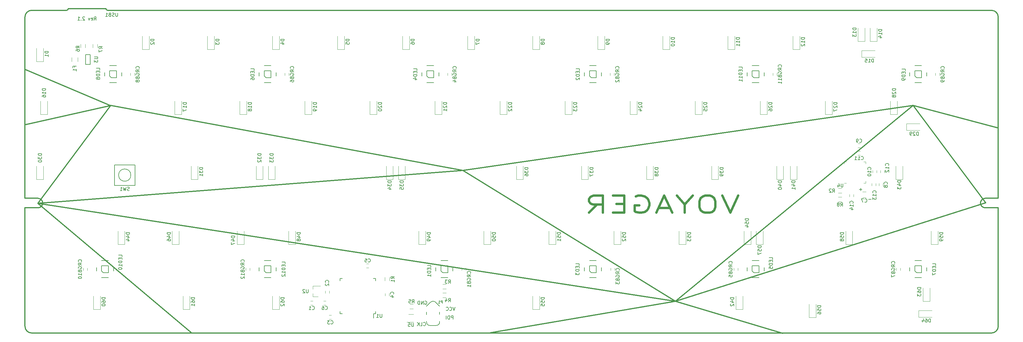
<source format=gbr>
%TF.GenerationSoftware,KiCad,Pcbnew,4.0.7*%
%TF.CreationDate,2018-04-08T23:12:56-07:00*%
%TF.ProjectId,VoyagerII,566F796167657249492E6B696361645F,rev?*%
%TF.FileFunction,Legend,Bot*%
%FSLAX46Y46*%
G04 Gerber Fmt 4.6, Leading zero omitted, Abs format (unit mm)*
G04 Created by KiCad (PCBNEW 4.0.7) date 04/08/18 23:12:56*
%MOMM*%
%LPD*%
G01*
G04 APERTURE LIST*
%ADD10C,0.100000*%
%ADD11C,0.150000*%
%ADD12C,0.350000*%
%ADD13C,0.650000*%
%ADD14C,0.120000*%
%ADD15C,0.300000*%
%ADD16C,0.200000*%
%ADD17C,0.127000*%
G04 APERTURE END LIST*
D10*
D11*
X295021000Y-103378000D02*
X295783000Y-103378000D01*
X292354000Y-100457000D02*
X293116000Y-100457000D01*
X292735000Y-100838000D02*
X292735000Y-100076000D01*
X68238428Y-50871381D02*
X68571762Y-50395190D01*
X68809857Y-50871381D02*
X68809857Y-49871381D01*
X68428904Y-49871381D01*
X68333666Y-49919000D01*
X68286047Y-49966619D01*
X68238428Y-50061857D01*
X68238428Y-50204714D01*
X68286047Y-50299952D01*
X68333666Y-50347571D01*
X68428904Y-50395190D01*
X68809857Y-50395190D01*
X67428904Y-50823762D02*
X67524142Y-50871381D01*
X67714619Y-50871381D01*
X67809857Y-50823762D01*
X67857476Y-50728524D01*
X67857476Y-50347571D01*
X67809857Y-50252333D01*
X67714619Y-50204714D01*
X67524142Y-50204714D01*
X67428904Y-50252333D01*
X67381285Y-50347571D01*
X67381285Y-50442810D01*
X67857476Y-50538048D01*
X67047952Y-50204714D02*
X66809857Y-50871381D01*
X66571761Y-50204714D01*
X65476523Y-49966619D02*
X65428904Y-49919000D01*
X65333666Y-49871381D01*
X65095570Y-49871381D01*
X65000332Y-49919000D01*
X64952713Y-49966619D01*
X64905094Y-50061857D01*
X64905094Y-50157095D01*
X64952713Y-50299952D01*
X65524142Y-50871381D01*
X64905094Y-50871381D01*
X64476523Y-50776143D02*
X64428904Y-50823762D01*
X64476523Y-50871381D01*
X64524142Y-50823762D01*
X64476523Y-50776143D01*
X64476523Y-50871381D01*
X63476523Y-50871381D02*
X64047952Y-50871381D01*
X63762238Y-50871381D02*
X63762238Y-49871381D01*
X63857476Y-50014238D01*
X63952714Y-50109476D01*
X64047952Y-50157095D01*
X164679238Y-140311143D02*
X164726857Y-140358762D01*
X164869714Y-140406381D01*
X164964952Y-140406381D01*
X165107810Y-140358762D01*
X165203048Y-140263524D01*
X165250667Y-140168286D01*
X165298286Y-139977810D01*
X165298286Y-139834952D01*
X165250667Y-139644476D01*
X165203048Y-139549238D01*
X165107810Y-139454000D01*
X164964952Y-139406381D01*
X164869714Y-139406381D01*
X164726857Y-139454000D01*
X164679238Y-139501619D01*
X163774476Y-140406381D02*
X164250667Y-140406381D01*
X164250667Y-139406381D01*
X163441143Y-140406381D02*
X163441143Y-139406381D01*
X162869714Y-140406381D02*
X163298286Y-139834952D01*
X162869714Y-139406381D02*
X163441143Y-139977810D01*
X165099904Y-133231000D02*
X165195142Y-133183381D01*
X165337999Y-133183381D01*
X165480857Y-133231000D01*
X165576095Y-133326238D01*
X165623714Y-133421476D01*
X165671333Y-133611952D01*
X165671333Y-133754810D01*
X165623714Y-133945286D01*
X165576095Y-134040524D01*
X165480857Y-134135762D01*
X165337999Y-134183381D01*
X165242761Y-134183381D01*
X165099904Y-134135762D01*
X165052285Y-134088143D01*
X165052285Y-133754810D01*
X165242761Y-133754810D01*
X164623714Y-134183381D02*
X164623714Y-133183381D01*
X164052285Y-134183381D01*
X164052285Y-133183381D01*
X163576095Y-134183381D02*
X163576095Y-133183381D01*
X163338000Y-133183381D01*
X163195142Y-133231000D01*
X163099904Y-133326238D01*
X163052285Y-133421476D01*
X163004666Y-133611952D01*
X163004666Y-133754810D01*
X163052285Y-133945286D01*
X163099904Y-134040524D01*
X163195142Y-134135762D01*
X163338000Y-134183381D01*
X163576095Y-134183381D01*
X173339000Y-138501381D02*
X173339000Y-137501381D01*
X172958047Y-137501381D01*
X172862809Y-137549000D01*
X172815190Y-137596619D01*
X172767571Y-137691857D01*
X172767571Y-137834714D01*
X172815190Y-137929952D01*
X172862809Y-137977571D01*
X172958047Y-138025190D01*
X173339000Y-138025190D01*
X172339000Y-138501381D02*
X172339000Y-137501381D01*
X172100905Y-137501381D01*
X171958047Y-137549000D01*
X171862809Y-137644238D01*
X171815190Y-137739476D01*
X171767571Y-137929952D01*
X171767571Y-138072810D01*
X171815190Y-138263286D01*
X171862809Y-138358524D01*
X171958047Y-138453762D01*
X172100905Y-138501381D01*
X172339000Y-138501381D01*
X171339000Y-138501381D02*
X171339000Y-137501381D01*
X173926333Y-134961381D02*
X173593000Y-135961381D01*
X173259666Y-134961381D01*
X172354904Y-135866143D02*
X172402523Y-135913762D01*
X172545380Y-135961381D01*
X172640618Y-135961381D01*
X172783476Y-135913762D01*
X172878714Y-135818524D01*
X172926333Y-135723286D01*
X172973952Y-135532810D01*
X172973952Y-135389952D01*
X172926333Y-135199476D01*
X172878714Y-135104238D01*
X172783476Y-135009000D01*
X172640618Y-134961381D01*
X172545380Y-134961381D01*
X172402523Y-135009000D01*
X172354904Y-135056619D01*
X171354904Y-135866143D02*
X171402523Y-135913762D01*
X171545380Y-135961381D01*
X171640618Y-135961381D01*
X171783476Y-135913762D01*
X171878714Y-135818524D01*
X171926333Y-135723286D01*
X171973952Y-135532810D01*
X171973952Y-135389952D01*
X171926333Y-135199476D01*
X171878714Y-135104238D01*
X171783476Y-135009000D01*
X171640618Y-134961381D01*
X171545380Y-134961381D01*
X171402523Y-135009000D01*
X171354904Y-135056619D01*
D12*
X73152000Y-75946000D02*
X48006000Y-65278000D01*
X72898000Y-75946000D02*
X48006000Y-81534000D01*
D13*
X256862666Y-102290905D02*
X254529333Y-107290905D01*
X252196000Y-102290905D01*
X248529333Y-102290905D02*
X247196000Y-102290905D01*
X246529333Y-102529000D01*
X245862666Y-103005190D01*
X245529333Y-103957571D01*
X245529333Y-105624238D01*
X245862666Y-106576619D01*
X246529333Y-107052810D01*
X247196000Y-107290905D01*
X248529333Y-107290905D01*
X249196000Y-107052810D01*
X249862666Y-106576619D01*
X250196000Y-105624238D01*
X250196000Y-103957571D01*
X249862666Y-103005190D01*
X249196000Y-102529000D01*
X248529333Y-102290905D01*
X241196000Y-104909952D02*
X241196000Y-107290905D01*
X243529333Y-102290905D02*
X241196000Y-104909952D01*
X238862667Y-102290905D01*
X236862667Y-105862333D02*
X233529333Y-105862333D01*
X237529333Y-107290905D02*
X235196000Y-102290905D01*
X232862667Y-107290905D01*
X226862667Y-102529000D02*
X227529333Y-102290905D01*
X228529333Y-102290905D01*
X229529333Y-102529000D01*
X230196000Y-103005190D01*
X230529333Y-103481381D01*
X230862667Y-104433762D01*
X230862667Y-105148048D01*
X230529333Y-106100429D01*
X230196000Y-106576619D01*
X229529333Y-107052810D01*
X228529333Y-107290905D01*
X227862667Y-107290905D01*
X226862667Y-107052810D01*
X226529333Y-106814714D01*
X226529333Y-105148048D01*
X227862667Y-105148048D01*
X223529333Y-104671857D02*
X221196000Y-104671857D01*
X220196000Y-107290905D02*
X223529333Y-107290905D01*
X223529333Y-102290905D01*
X220196000Y-102290905D01*
X213196000Y-107290905D02*
X215529334Y-104909952D01*
X217196000Y-107290905D02*
X217196000Y-102290905D01*
X214529334Y-102290905D01*
X213862667Y-102529000D01*
X213529334Y-102767095D01*
X213196000Y-103243286D01*
X213196000Y-103957571D01*
X213529334Y-104433762D01*
X213862667Y-104671857D01*
X214529334Y-104909952D01*
X217196000Y-104909952D01*
D12*
X308102000Y-75819000D02*
X332994000Y-82423000D01*
X238506000Y-133223000D02*
X184277000Y-142494000D01*
X238506000Y-133223000D02*
X269875000Y-142621000D01*
X51816000Y-104521000D02*
X96774000Y-142494000D01*
X176276000Y-94869000D02*
X51816000Y-104521000D01*
X51816000Y-104521000D02*
X238506000Y-133223000D01*
X73152000Y-75819000D02*
X51816000Y-104521000D01*
X176276000Y-94869000D02*
X308102000Y-75819000D01*
X73152000Y-75819000D02*
X176276000Y-94869000D01*
X329311000Y-104394000D02*
X238506000Y-133223000D01*
X308102000Y-75819000D02*
X329311000Y-104394000D01*
X238506000Y-133223000D02*
X308102000Y-75819000D01*
X176276000Y-94869000D02*
X238506000Y-133223000D01*
D14*
X287139000Y-102698000D02*
X286139000Y-102698000D01*
X286139000Y-104058000D02*
X287139000Y-104058000D01*
X69260000Y-58920000D02*
X69260000Y-57920000D01*
X67900000Y-57920000D02*
X67900000Y-58920000D01*
X64344000Y-57920000D02*
X64344000Y-58920000D01*
X65704000Y-58920000D02*
X65704000Y-57920000D01*
X160663000Y-135427000D02*
X161663000Y-135427000D01*
X161663000Y-134067000D02*
X160663000Y-134067000D01*
X171315000Y-130765000D02*
X170315000Y-130765000D01*
X170315000Y-132125000D02*
X171315000Y-132125000D01*
X171315000Y-128225000D02*
X170315000Y-128225000D01*
X170315000Y-129585000D02*
X171315000Y-129585000D01*
X287139000Y-100158000D02*
X286139000Y-100158000D01*
X286139000Y-101518000D02*
X287139000Y-101518000D01*
X154731000Y-127246000D02*
X154731000Y-126246000D01*
X153371000Y-126246000D02*
X153371000Y-127246000D01*
X113884000Y-124175000D02*
X113884000Y-123475000D01*
X112684000Y-123475000D02*
X112684000Y-124175000D01*
X268189000Y-67025000D02*
X268189000Y-66325000D01*
X266989000Y-66325000D02*
X266989000Y-67025000D01*
X66259000Y-124175000D02*
X66259000Y-123475000D01*
X65059000Y-123475000D02*
X65059000Y-124175000D01*
X315814000Y-67025000D02*
X315814000Y-66325000D01*
X314614000Y-66325000D02*
X314614000Y-67025000D01*
X80102000Y-67025000D02*
X80102000Y-66325000D01*
X78902000Y-66325000D02*
X78902000Y-67025000D01*
X304384000Y-124175000D02*
X304384000Y-123475000D01*
X303184000Y-123475000D02*
X303184000Y-124175000D01*
X125314000Y-67025000D02*
X125314000Y-66325000D01*
X124114000Y-66325000D02*
X124114000Y-67025000D01*
X256759000Y-124175000D02*
X256759000Y-123475000D01*
X255559000Y-123475000D02*
X255559000Y-124175000D01*
X172939000Y-67025000D02*
X172939000Y-66325000D01*
X171739000Y-66325000D02*
X171739000Y-67025000D01*
X220691000Y-124175000D02*
X220691000Y-123475000D01*
X219491000Y-123475000D02*
X219491000Y-124175000D01*
X220564000Y-67025000D02*
X220564000Y-66325000D01*
X219364000Y-66325000D02*
X219364000Y-67025000D01*
X177130000Y-124175000D02*
X177130000Y-123475000D01*
X175930000Y-123475000D02*
X175930000Y-124175000D01*
X290668000Y-102585000D02*
X290668000Y-101885000D01*
X289468000Y-101885000D02*
X289468000Y-102585000D01*
X297145000Y-99410000D02*
X297145000Y-98710000D01*
X295945000Y-98710000D02*
X295945000Y-99410000D01*
X299685000Y-95600000D02*
X299685000Y-94900000D01*
X298485000Y-94900000D02*
X298485000Y-95600000D01*
X292577000Y-89189000D02*
X291877000Y-89189000D01*
X291877000Y-90389000D02*
X292577000Y-90389000D01*
X297399000Y-95600000D02*
X297399000Y-94900000D01*
X296199000Y-94900000D02*
X296199000Y-95600000D01*
X292577000Y-87030000D02*
X291877000Y-87030000D01*
X291877000Y-88230000D02*
X292577000Y-88230000D01*
X299304000Y-99410000D02*
X299304000Y-98710000D01*
X298104000Y-98710000D02*
X298104000Y-99410000D01*
X136113000Y-133131000D02*
X135413000Y-133131000D01*
X135413000Y-134331000D02*
X136113000Y-134331000D01*
X147986000Y-123409000D02*
X148686000Y-123409000D01*
X148686000Y-122209000D02*
X147986000Y-122209000D01*
X153451000Y-130968000D02*
X153451000Y-131668000D01*
X154651000Y-131668000D02*
X154651000Y-130968000D01*
X137064000Y-138522000D02*
X137764000Y-138522000D01*
X137764000Y-137322000D02*
X137064000Y-137322000D01*
X137125000Y-130906000D02*
X137125000Y-130206000D01*
X135925000Y-130206000D02*
X135925000Y-130906000D01*
X131603000Y-134331000D02*
X132303000Y-134331000D01*
X132303000Y-133131000D02*
X131603000Y-133131000D01*
X287964000Y-98624000D02*
X288534000Y-98624000D01*
X294204000Y-98004000D02*
X294204000Y-98624000D01*
X293634000Y-92384000D02*
X294204000Y-92384000D01*
X294204000Y-92384000D02*
X294204000Y-92954000D01*
X288534000Y-92384000D02*
X287964000Y-92384000D01*
X287964000Y-92384000D02*
X287964000Y-92954000D01*
X293634000Y-98624000D02*
X294204000Y-98624000D01*
D15*
X50000000Y-47950000D02*
X60200000Y-47950000D01*
X71700000Y-47450000D02*
G75*
G03X72200000Y-47950000I500000J0D01*
G01*
X60200000Y-47950000D02*
G75*
G03X60700000Y-47450000I0J500000D01*
G01*
X60700000Y-47450000D02*
X71700000Y-47450000D01*
X51800000Y-105850000D02*
G75*
G03X53200000Y-104450000I0J1400000D01*
G01*
X329200000Y-103050000D02*
X333000000Y-103050000D01*
X329200000Y-105850000D02*
X333000000Y-105850000D01*
X333000000Y-103050000D02*
X333000000Y-49950000D01*
X333000000Y-105850000D02*
X333000000Y-140550000D01*
X329200000Y-105850000D02*
G75*
G02X327800000Y-104450000I0J1400000D01*
G01*
X327800000Y-104450000D02*
G75*
G02X329200000Y-103050000I1400000J0D01*
G01*
X48000000Y-103050000D02*
X48000000Y-49950000D01*
X51800000Y-103050000D02*
X48000000Y-103050000D01*
X53200000Y-104450000D02*
G75*
G03X51800000Y-103050000I-1400000J0D01*
G01*
X48000000Y-105850000D02*
X51800000Y-105850000D01*
X48000000Y-140550000D02*
X48000000Y-105850000D01*
X333000000Y-49950000D02*
G75*
G03X331000000Y-47950000I-2000000J0D01*
G01*
X331000000Y-142550000D02*
G75*
G03X333000000Y-140550000I0J2000000D01*
G01*
X48000000Y-140550000D02*
G75*
G03X50000000Y-142550000I2000000J0D01*
G01*
X50000000Y-47950000D02*
G75*
G03X48000000Y-49950000I0J-2000000D01*
G01*
X331000000Y-47950000D02*
X72200000Y-47950000D01*
X50000000Y-142550000D02*
X331000000Y-142550000D01*
D14*
X309693750Y-137921875D02*
X309693750Y-135921875D01*
X309693750Y-135921875D02*
X313593750Y-135921875D01*
X309693750Y-137921875D02*
X313593750Y-137921875D01*
X312943750Y-133218750D02*
X310943750Y-133218750D01*
X310943750Y-133218750D02*
X310943750Y-129318750D01*
X312943750Y-133218750D02*
X312943750Y-129318750D01*
X279606250Y-137981250D02*
X277606250Y-137981250D01*
X277606250Y-137981250D02*
X277606250Y-134081250D01*
X279606250Y-137981250D02*
X279606250Y-134081250D01*
X258175000Y-135600000D02*
X256175000Y-135600000D01*
X256175000Y-135600000D02*
X256175000Y-131700000D01*
X258175000Y-135600000D02*
X258175000Y-131700000D01*
D11*
X67071000Y-63807000D02*
X65771000Y-63807000D01*
X67071000Y-60907000D02*
X67071000Y-63807000D01*
X65771000Y-60907000D02*
X67071000Y-60907000D01*
X65771000Y-60907000D02*
X65771000Y-63807000D01*
D14*
X61731000Y-61757000D02*
X61731000Y-62957000D01*
X63491000Y-62957000D02*
X63491000Y-61757000D01*
X161736000Y-139336000D02*
X159836000Y-139336000D01*
X160336000Y-137016000D02*
X161736000Y-137016000D01*
D16*
X120062500Y-124825000D02*
X120062500Y-122825000D01*
X120062500Y-122825000D02*
X118062500Y-122825000D01*
X118062500Y-122825000D02*
X118062500Y-124325000D01*
X118062500Y-124325000D02*
X118562500Y-124825000D01*
X118562500Y-124825000D02*
X120062500Y-124825000D01*
X120062500Y-126325000D02*
X118062500Y-126325000D01*
X116562500Y-124325000D02*
X116562500Y-123325000D01*
X120062500Y-121325000D02*
X118062500Y-121325000D01*
X121562500Y-124325000D02*
X121562500Y-123325000D01*
X262937500Y-67675000D02*
X262937500Y-65675000D01*
X262937500Y-65675000D02*
X260937500Y-65675000D01*
X260937500Y-65675000D02*
X260937500Y-67175000D01*
X260937500Y-67175000D02*
X261437500Y-67675000D01*
X261437500Y-67675000D02*
X262937500Y-67675000D01*
X262937500Y-69175000D02*
X260937500Y-69175000D01*
X259437500Y-67175000D02*
X259437500Y-66175000D01*
X262937500Y-64175000D02*
X260937500Y-64175000D01*
X264437500Y-67175000D02*
X264437500Y-66175000D01*
X72437500Y-124825000D02*
X72437500Y-122825000D01*
X72437500Y-122825000D02*
X70437500Y-122825000D01*
X70437500Y-122825000D02*
X70437500Y-124325000D01*
X70437500Y-124325000D02*
X70937500Y-124825000D01*
X70937500Y-124825000D02*
X72437500Y-124825000D01*
X72437500Y-126325000D02*
X70437500Y-126325000D01*
X68937500Y-124325000D02*
X68937500Y-123325000D01*
X72437500Y-121325000D02*
X70437500Y-121325000D01*
X73937500Y-124325000D02*
X73937500Y-123325000D01*
X310562500Y-67675000D02*
X310562500Y-65675000D01*
X310562500Y-65675000D02*
X308562500Y-65675000D01*
X308562500Y-65675000D02*
X308562500Y-67175000D01*
X308562500Y-67175000D02*
X309062500Y-67675000D01*
X309062500Y-67675000D02*
X310562500Y-67675000D01*
X310562500Y-69175000D02*
X308562500Y-69175000D01*
X307062500Y-67175000D02*
X307062500Y-66175000D01*
X310562500Y-64175000D02*
X308562500Y-64175000D01*
X312062500Y-67175000D02*
X312062500Y-66175000D01*
X74818750Y-67675000D02*
X74818750Y-65675000D01*
X74818750Y-65675000D02*
X72818750Y-65675000D01*
X72818750Y-65675000D02*
X72818750Y-67175000D01*
X72818750Y-67175000D02*
X73318750Y-67675000D01*
X73318750Y-67675000D02*
X74818750Y-67675000D01*
X74818750Y-69175000D02*
X72818750Y-69175000D01*
X71318750Y-67175000D02*
X71318750Y-66175000D01*
X74818750Y-64175000D02*
X72818750Y-64175000D01*
X76318750Y-67175000D02*
X76318750Y-66175000D01*
X310562500Y-124825000D02*
X310562500Y-122825000D01*
X310562500Y-122825000D02*
X308562500Y-122825000D01*
X308562500Y-122825000D02*
X308562500Y-124325000D01*
X308562500Y-124325000D02*
X309062500Y-124825000D01*
X309062500Y-124825000D02*
X310562500Y-124825000D01*
X310562500Y-126325000D02*
X308562500Y-126325000D01*
X307062500Y-124325000D02*
X307062500Y-123325000D01*
X310562500Y-121325000D02*
X308562500Y-121325000D01*
X312062500Y-124325000D02*
X312062500Y-123325000D01*
X120062500Y-67675000D02*
X120062500Y-65675000D01*
X120062500Y-65675000D02*
X118062500Y-65675000D01*
X118062500Y-65675000D02*
X118062500Y-67175000D01*
X118062500Y-67175000D02*
X118562500Y-67675000D01*
X118562500Y-67675000D02*
X120062500Y-67675000D01*
X120062500Y-69175000D02*
X118062500Y-69175000D01*
X116562500Y-67175000D02*
X116562500Y-66175000D01*
X120062500Y-64175000D02*
X118062500Y-64175000D01*
X121562500Y-67175000D02*
X121562500Y-66175000D01*
X262937500Y-124825000D02*
X262937500Y-122825000D01*
X262937500Y-122825000D02*
X260937500Y-122825000D01*
X260937500Y-122825000D02*
X260937500Y-124325000D01*
X260937500Y-124325000D02*
X261437500Y-124825000D01*
X261437500Y-124825000D02*
X262937500Y-124825000D01*
X262937500Y-126325000D02*
X260937500Y-126325000D01*
X259437500Y-124325000D02*
X259437500Y-123325000D01*
X262937500Y-121325000D02*
X260937500Y-121325000D01*
X264437500Y-124325000D02*
X264437500Y-123325000D01*
X167687500Y-67675000D02*
X167687500Y-65675000D01*
X167687500Y-65675000D02*
X165687500Y-65675000D01*
X165687500Y-65675000D02*
X165687500Y-67175000D01*
X165687500Y-67175000D02*
X166187500Y-67675000D01*
X166187500Y-67675000D02*
X167687500Y-67675000D01*
X167687500Y-69175000D02*
X165687500Y-69175000D01*
X164187500Y-67175000D02*
X164187500Y-66175000D01*
X167687500Y-64175000D02*
X165687500Y-64175000D01*
X169187500Y-67175000D02*
X169187500Y-66175000D01*
X215312500Y-124825000D02*
X215312500Y-122825000D01*
X215312500Y-122825000D02*
X213312500Y-122825000D01*
X213312500Y-122825000D02*
X213312500Y-124325000D01*
X213312500Y-124325000D02*
X213812500Y-124825000D01*
X213812500Y-124825000D02*
X215312500Y-124825000D01*
X215312500Y-126325000D02*
X213312500Y-126325000D01*
X211812500Y-124325000D02*
X211812500Y-123325000D01*
X215312500Y-121325000D02*
X213312500Y-121325000D01*
X216812500Y-124325000D02*
X216812500Y-123325000D01*
X215312500Y-67675000D02*
X215312500Y-65675000D01*
X215312500Y-65675000D02*
X213312500Y-65675000D01*
X213312500Y-65675000D02*
X213312500Y-67175000D01*
X213312500Y-67175000D02*
X213812500Y-67675000D01*
X213812500Y-67675000D02*
X215312500Y-67675000D01*
X215312500Y-69175000D02*
X213312500Y-69175000D01*
X211812500Y-67175000D02*
X211812500Y-66175000D01*
X215312500Y-64175000D02*
X213312500Y-64175000D01*
X216812500Y-67175000D02*
X216812500Y-66175000D01*
X171815000Y-124825000D02*
X171815000Y-122825000D01*
X171815000Y-122825000D02*
X169815000Y-122825000D01*
X169815000Y-122825000D02*
X169815000Y-124325000D01*
X169815000Y-124325000D02*
X170315000Y-124825000D01*
X170315000Y-124825000D02*
X171815000Y-124825000D01*
X171815000Y-126325000D02*
X169815000Y-126325000D01*
X168315000Y-124325000D02*
X168315000Y-123325000D01*
X171815000Y-121325000D02*
X169815000Y-121325000D01*
X173315000Y-124325000D02*
X173315000Y-123325000D01*
D17*
X169418000Y-139382500D02*
X169418000Y-139082500D01*
X165613000Y-137179000D02*
X165613000Y-136379000D01*
X169413000Y-137079000D02*
X169413000Y-136379000D01*
X168236900Y-133515100D02*
X169418000Y-134696200D01*
X166789100Y-133515100D02*
X165608000Y-134696200D01*
X166789100Y-133515100D02*
G75*
G02X168236900Y-133515100I723900J-723900D01*
G01*
X166560500Y-140335000D02*
X168465500Y-140335000D01*
X169418000Y-139382500D02*
G75*
G02X168465500Y-140335000I-952500J0D01*
G01*
X166560500Y-140335000D02*
G75*
G02X165608000Y-139382500I0J952500D01*
G01*
X165608000Y-139382500D02*
X165608000Y-139082500D01*
D14*
X122443750Y-135600000D02*
X120443750Y-135600000D01*
X120443750Y-135600000D02*
X120443750Y-131700000D01*
X122443750Y-135600000D02*
X122443750Y-131700000D01*
X96250000Y-135600000D02*
X94250000Y-135600000D01*
X94250000Y-135600000D02*
X94250000Y-131700000D01*
X96250000Y-135600000D02*
X96250000Y-131700000D01*
X70056250Y-135600000D02*
X68056250Y-135600000D01*
X68056250Y-135600000D02*
X68056250Y-131700000D01*
X70056250Y-135600000D02*
X70056250Y-131700000D01*
X315325000Y-116550000D02*
X313325000Y-116550000D01*
X313325000Y-116550000D02*
X313325000Y-112650000D01*
X315325000Y-116550000D02*
X315325000Y-112650000D01*
X290321875Y-116550000D02*
X288321875Y-116550000D01*
X288321875Y-116550000D02*
X288321875Y-112650000D01*
X290321875Y-116550000D02*
X290321875Y-112650000D01*
X264128125Y-116550000D02*
X262128125Y-116550000D01*
X262128125Y-116550000D02*
X262128125Y-112650000D01*
X264128125Y-116550000D02*
X264128125Y-112650000D01*
X198643750Y-135600000D02*
X196643750Y-135600000D01*
X196643750Y-135600000D02*
X196643750Y-131700000D01*
X198643750Y-135600000D02*
X198643750Y-131700000D01*
X260556250Y-116550000D02*
X258556250Y-116550000D01*
X258556250Y-116550000D02*
X258556250Y-112650000D01*
X260556250Y-116550000D02*
X260556250Y-112650000D01*
X241506250Y-116550000D02*
X239506250Y-116550000D01*
X239506250Y-116550000D02*
X239506250Y-112650000D01*
X241506250Y-116550000D02*
X241506250Y-112650000D01*
X222456250Y-116550000D02*
X220456250Y-116550000D01*
X220456250Y-116550000D02*
X220456250Y-112650000D01*
X222456250Y-116550000D02*
X222456250Y-112650000D01*
X203406250Y-116550000D02*
X201406250Y-116550000D01*
X201406250Y-116550000D02*
X201406250Y-112650000D01*
X203406250Y-116550000D02*
X203406250Y-112650000D01*
X184356250Y-116550000D02*
X182356250Y-116550000D01*
X182356250Y-116550000D02*
X182356250Y-112650000D01*
X184356250Y-116550000D02*
X184356250Y-112650000D01*
X165306250Y-116550000D02*
X163306250Y-116550000D01*
X163306250Y-116550000D02*
X163306250Y-112650000D01*
X165306250Y-116550000D02*
X165306250Y-112650000D01*
X127206250Y-116550000D02*
X125206250Y-116550000D01*
X125206250Y-116550000D02*
X125206250Y-112650000D01*
X127206250Y-116550000D02*
X127206250Y-112650000D01*
X112125000Y-116550000D02*
X110125000Y-116550000D01*
X110125000Y-116550000D02*
X110125000Y-112650000D01*
X112125000Y-116550000D02*
X112125000Y-112650000D01*
X93075000Y-116550000D02*
X91075000Y-116550000D01*
X91075000Y-116550000D02*
X91075000Y-112650000D01*
X93075000Y-116550000D02*
X93075000Y-112650000D01*
X77200000Y-116550000D02*
X75200000Y-116550000D01*
X75200000Y-116550000D02*
X75200000Y-112650000D01*
X77200000Y-116550000D02*
X77200000Y-112650000D01*
X305006250Y-97500000D02*
X303006250Y-97500000D01*
X303006250Y-97500000D02*
X303006250Y-93600000D01*
X305006250Y-97500000D02*
X305006250Y-93600000D01*
X274050000Y-97500000D02*
X272050000Y-97500000D01*
X272050000Y-97500000D02*
X272050000Y-93600000D01*
X274050000Y-97500000D02*
X274050000Y-93600000D01*
X270081250Y-97500000D02*
X268081250Y-97500000D01*
X268081250Y-97500000D02*
X268081250Y-93600000D01*
X270081250Y-97500000D02*
X270081250Y-93600000D01*
X251031250Y-97500000D02*
X249031250Y-97500000D01*
X249031250Y-97500000D02*
X249031250Y-93600000D01*
X251031250Y-97500000D02*
X251031250Y-93600000D01*
X231981250Y-97500000D02*
X229981250Y-97500000D01*
X229981250Y-97500000D02*
X229981250Y-93600000D01*
X231981250Y-97500000D02*
X231981250Y-93600000D01*
X212931250Y-97500000D02*
X210931250Y-97500000D01*
X210931250Y-97500000D02*
X210931250Y-93600000D01*
X212931250Y-97500000D02*
X212931250Y-93600000D01*
X193881250Y-97500000D02*
X191881250Y-97500000D01*
X191881250Y-97500000D02*
X191881250Y-93600000D01*
X193881250Y-97500000D02*
X193881250Y-93600000D01*
X159353125Y-97500000D02*
X157353125Y-97500000D01*
X157353125Y-97500000D02*
X157353125Y-93600000D01*
X159353125Y-97500000D02*
X159353125Y-93600000D01*
X155781250Y-97500000D02*
X153781250Y-97500000D01*
X153781250Y-97500000D02*
X153781250Y-93600000D01*
X155781250Y-97500000D02*
X155781250Y-93600000D01*
X121253125Y-97500000D02*
X119253125Y-97500000D01*
X119253125Y-97500000D02*
X119253125Y-93600000D01*
X121253125Y-97500000D02*
X121253125Y-93600000D01*
X117681250Y-97500000D02*
X115681250Y-97500000D01*
X115681250Y-97500000D02*
X115681250Y-93600000D01*
X117681250Y-97500000D02*
X117681250Y-93600000D01*
X98631250Y-97500000D02*
X96631250Y-97500000D01*
X96631250Y-97500000D02*
X96631250Y-93600000D01*
X98631250Y-97500000D02*
X98631250Y-93600000D01*
X53387500Y-97500000D02*
X51387500Y-97500000D01*
X51387500Y-97500000D02*
X51387500Y-93600000D01*
X53387500Y-97500000D02*
X53387500Y-93600000D01*
X306121875Y-83153125D02*
X306121875Y-81153125D01*
X306121875Y-81153125D02*
X310021875Y-81153125D01*
X306121875Y-83153125D02*
X310021875Y-83153125D01*
X303418750Y-78450000D02*
X301418750Y-78450000D01*
X301418750Y-78450000D02*
X301418750Y-74550000D01*
X303418750Y-78450000D02*
X303418750Y-74550000D01*
X284368750Y-78450000D02*
X282368750Y-78450000D01*
X282368750Y-78450000D02*
X282368750Y-74550000D01*
X284368750Y-78450000D02*
X284368750Y-74550000D01*
X265318750Y-78450000D02*
X263318750Y-78450000D01*
X263318750Y-78450000D02*
X263318750Y-74550000D01*
X265318750Y-78450000D02*
X265318750Y-74550000D01*
X246268750Y-78450000D02*
X244268750Y-78450000D01*
X244268750Y-78450000D02*
X244268750Y-74550000D01*
X246268750Y-78450000D02*
X246268750Y-74550000D01*
X227218750Y-78450000D02*
X225218750Y-78450000D01*
X225218750Y-78450000D02*
X225218750Y-74550000D01*
X227218750Y-78450000D02*
X227218750Y-74550000D01*
X208168750Y-78450000D02*
X206168750Y-78450000D01*
X206168750Y-78450000D02*
X206168750Y-74550000D01*
X208168750Y-78450000D02*
X208168750Y-74550000D01*
X189118750Y-78450000D02*
X187118750Y-78450000D01*
X187118750Y-78450000D02*
X187118750Y-74550000D01*
X189118750Y-78450000D02*
X189118750Y-74550000D01*
X170068750Y-78450000D02*
X168068750Y-78450000D01*
X168068750Y-78450000D02*
X168068750Y-74550000D01*
X170068750Y-78450000D02*
X170068750Y-74550000D01*
X151018750Y-78450000D02*
X149018750Y-78450000D01*
X149018750Y-78450000D02*
X149018750Y-74550000D01*
X151018750Y-78450000D02*
X151018750Y-74550000D01*
X131968750Y-78450000D02*
X129968750Y-78450000D01*
X129968750Y-78450000D02*
X129968750Y-74550000D01*
X131968750Y-78450000D02*
X131968750Y-74550000D01*
X112918750Y-78450000D02*
X110918750Y-78450000D01*
X110918750Y-78450000D02*
X110918750Y-74550000D01*
X112918750Y-78450000D02*
X112918750Y-74550000D01*
X93868750Y-78450000D02*
X91868750Y-78450000D01*
X91868750Y-78450000D02*
X91868750Y-74550000D01*
X93868750Y-78450000D02*
X93868750Y-74550000D01*
X54578125Y-78450000D02*
X52578125Y-78450000D01*
X52578125Y-78450000D02*
X52578125Y-74550000D01*
X54578125Y-78450000D02*
X54578125Y-74550000D01*
X293025000Y-61721875D02*
X293025000Y-59721875D01*
X293025000Y-59721875D02*
X296925000Y-59721875D01*
X293025000Y-61721875D02*
X296925000Y-61721875D01*
X297465625Y-57018750D02*
X295465625Y-57018750D01*
X295465625Y-57018750D02*
X295465625Y-53118750D01*
X297465625Y-57018750D02*
X297465625Y-53118750D01*
X293893750Y-57018750D02*
X291893750Y-57018750D01*
X291893750Y-57018750D02*
X291893750Y-53118750D01*
X293893750Y-57018750D02*
X293893750Y-53118750D01*
X274843750Y-59400000D02*
X272843750Y-59400000D01*
X272843750Y-59400000D02*
X272843750Y-55500000D01*
X274843750Y-59400000D02*
X274843750Y-55500000D01*
X255793750Y-59400000D02*
X253793750Y-59400000D01*
X253793750Y-59400000D02*
X253793750Y-55500000D01*
X255793750Y-59400000D02*
X255793750Y-55500000D01*
X236743750Y-59400000D02*
X234743750Y-59400000D01*
X234743750Y-59400000D02*
X234743750Y-55500000D01*
X236743750Y-59400000D02*
X236743750Y-55500000D01*
X217693750Y-59400000D02*
X215693750Y-59400000D01*
X215693750Y-59400000D02*
X215693750Y-55500000D01*
X217693750Y-59400000D02*
X217693750Y-55500000D01*
X198643750Y-59400000D02*
X196643750Y-59400000D01*
X196643750Y-59400000D02*
X196643750Y-55500000D01*
X198643750Y-59400000D02*
X198643750Y-55500000D01*
X179593750Y-59400000D02*
X177593750Y-59400000D01*
X177593750Y-59400000D02*
X177593750Y-55500000D01*
X179593750Y-59400000D02*
X179593750Y-55500000D01*
X160543750Y-59400000D02*
X158543750Y-59400000D01*
X158543750Y-59400000D02*
X158543750Y-55500000D01*
X160543750Y-59400000D02*
X160543750Y-55500000D01*
X141493750Y-59400000D02*
X139493750Y-59400000D01*
X139493750Y-59400000D02*
X139493750Y-55500000D01*
X141493750Y-59400000D02*
X141493750Y-55500000D01*
X122443750Y-59400000D02*
X120443750Y-59400000D01*
X120443750Y-59400000D02*
X120443750Y-55500000D01*
X122443750Y-59400000D02*
X122443750Y-55500000D01*
X103393750Y-59400000D02*
X101393750Y-59400000D01*
X101393750Y-59400000D02*
X101393750Y-55500000D01*
X103393750Y-59400000D02*
X103393750Y-55500000D01*
X84343750Y-59400000D02*
X82343750Y-59400000D01*
X82343750Y-59400000D02*
X82343750Y-55500000D01*
X84343750Y-59400000D02*
X84343750Y-55500000D01*
X53387500Y-62971875D02*
X51387500Y-62971875D01*
X51387500Y-62971875D02*
X51387500Y-59071875D01*
X53387500Y-62971875D02*
X53387500Y-59071875D01*
X132336000Y-131882000D02*
X132336000Y-130952000D01*
X132336000Y-128722000D02*
X132336000Y-129652000D01*
X132336000Y-128722000D02*
X134496000Y-128722000D01*
X132336000Y-131882000D02*
X133796000Y-131882000D01*
D11*
X150653500Y-136874000D02*
X150078500Y-136874000D01*
X150653500Y-126524000D02*
X149978500Y-126524000D01*
X140303500Y-126524000D02*
X140978500Y-126524000D01*
X140303500Y-136874000D02*
X140978500Y-136874000D01*
X150653500Y-136874000D02*
X150653500Y-136199000D01*
X140303500Y-136874000D02*
X140303500Y-136199000D01*
X140303500Y-126524000D02*
X140303500Y-127199000D01*
X150653500Y-126524000D02*
X150653500Y-127199000D01*
X150078500Y-136874000D02*
X150078500Y-138149000D01*
X79012051Y-96266000D02*
G75*
G03X79012051Y-96266000I-1796051J0D01*
G01*
X80216000Y-99266000D02*
X80216000Y-93266000D01*
X74216000Y-99266000D02*
X80216000Y-99266000D01*
X74216000Y-93266000D02*
X74216000Y-99266000D01*
X80216000Y-93266000D02*
X74216000Y-93266000D01*
D14*
X294251000Y-102831000D02*
X293251000Y-102831000D01*
X293251000Y-101131000D02*
X294251000Y-101131000D01*
D11*
X286805666Y-105354381D02*
X287139000Y-104878190D01*
X287377095Y-105354381D02*
X287377095Y-104354381D01*
X286996142Y-104354381D01*
X286900904Y-104402000D01*
X286853285Y-104449619D01*
X286805666Y-104544857D01*
X286805666Y-104687714D01*
X286853285Y-104782952D01*
X286900904Y-104830571D01*
X286996142Y-104878190D01*
X287377095Y-104878190D01*
X286234238Y-104782952D02*
X286329476Y-104735333D01*
X286377095Y-104687714D01*
X286424714Y-104592476D01*
X286424714Y-104544857D01*
X286377095Y-104449619D01*
X286329476Y-104402000D01*
X286234238Y-104354381D01*
X286043761Y-104354381D01*
X285948523Y-104402000D01*
X285900904Y-104449619D01*
X285853285Y-104544857D01*
X285853285Y-104592476D01*
X285900904Y-104687714D01*
X285948523Y-104735333D01*
X286043761Y-104782952D01*
X286234238Y-104782952D01*
X286329476Y-104830571D01*
X286377095Y-104878190D01*
X286424714Y-104973429D01*
X286424714Y-105163905D01*
X286377095Y-105259143D01*
X286329476Y-105306762D01*
X286234238Y-105354381D01*
X286043761Y-105354381D01*
X285948523Y-105306762D01*
X285900904Y-105259143D01*
X285853285Y-105163905D01*
X285853285Y-104973429D01*
X285900904Y-104878190D01*
X285948523Y-104830571D01*
X286043761Y-104782952D01*
X70683381Y-59142334D02*
X70207190Y-58809000D01*
X70683381Y-58570905D02*
X69683381Y-58570905D01*
X69683381Y-58951858D01*
X69731000Y-59047096D01*
X69778619Y-59094715D01*
X69873857Y-59142334D01*
X70016714Y-59142334D01*
X70111952Y-59094715D01*
X70159571Y-59047096D01*
X70207190Y-58951858D01*
X70207190Y-58570905D01*
X69683381Y-59475667D02*
X69683381Y-60142334D01*
X70683381Y-59713762D01*
X63952381Y-59015334D02*
X63476190Y-58682000D01*
X63952381Y-58443905D02*
X62952381Y-58443905D01*
X62952381Y-58824858D01*
X63000000Y-58920096D01*
X63047619Y-58967715D01*
X63142857Y-59015334D01*
X63285714Y-59015334D01*
X63380952Y-58967715D01*
X63428571Y-58920096D01*
X63476190Y-58824858D01*
X63476190Y-58443905D01*
X62952381Y-59872477D02*
X62952381Y-59682000D01*
X63000000Y-59586762D01*
X63047619Y-59539143D01*
X63190476Y-59443905D01*
X63380952Y-59396286D01*
X63761905Y-59396286D01*
X63857143Y-59443905D01*
X63904762Y-59491524D01*
X63952381Y-59586762D01*
X63952381Y-59777239D01*
X63904762Y-59872477D01*
X63857143Y-59920096D01*
X63761905Y-59967715D01*
X63523810Y-59967715D01*
X63428571Y-59920096D01*
X63380952Y-59872477D01*
X63333333Y-59777239D01*
X63333333Y-59586762D01*
X63380952Y-59491524D01*
X63428571Y-59443905D01*
X63523810Y-59396286D01*
X161329666Y-133749381D02*
X161663000Y-133273190D01*
X161901095Y-133749381D02*
X161901095Y-132749381D01*
X161520142Y-132749381D01*
X161424904Y-132797000D01*
X161377285Y-132844619D01*
X161329666Y-132939857D01*
X161329666Y-133082714D01*
X161377285Y-133177952D01*
X161424904Y-133225571D01*
X161520142Y-133273190D01*
X161901095Y-133273190D01*
X160424904Y-132749381D02*
X160901095Y-132749381D01*
X160948714Y-133225571D01*
X160901095Y-133177952D01*
X160805857Y-133130333D01*
X160567761Y-133130333D01*
X160472523Y-133177952D01*
X160424904Y-133225571D01*
X160377285Y-133320810D01*
X160377285Y-133558905D01*
X160424904Y-133654143D01*
X160472523Y-133701762D01*
X160567761Y-133749381D01*
X160805857Y-133749381D01*
X160901095Y-133701762D01*
X160948714Y-133654143D01*
X171997666Y-133421381D02*
X172331000Y-132945190D01*
X172569095Y-133421381D02*
X172569095Y-132421381D01*
X172188142Y-132421381D01*
X172092904Y-132469000D01*
X172045285Y-132516619D01*
X171997666Y-132611857D01*
X171997666Y-132754714D01*
X172045285Y-132849952D01*
X172092904Y-132897571D01*
X172188142Y-132945190D01*
X172569095Y-132945190D01*
X171140523Y-132754714D02*
X171140523Y-133421381D01*
X171378619Y-132373762D02*
X171616714Y-133088048D01*
X170997666Y-133088048D01*
X171997666Y-127960381D02*
X172331000Y-127484190D01*
X172569095Y-127960381D02*
X172569095Y-126960381D01*
X172188142Y-126960381D01*
X172092904Y-127008000D01*
X172045285Y-127055619D01*
X171997666Y-127150857D01*
X171997666Y-127293714D01*
X172045285Y-127388952D01*
X172092904Y-127436571D01*
X172188142Y-127484190D01*
X172569095Y-127484190D01*
X171664333Y-126960381D02*
X171045285Y-126960381D01*
X171378619Y-127341333D01*
X171235761Y-127341333D01*
X171140523Y-127388952D01*
X171092904Y-127436571D01*
X171045285Y-127531810D01*
X171045285Y-127769905D01*
X171092904Y-127865143D01*
X171140523Y-127912762D01*
X171235761Y-127960381D01*
X171521476Y-127960381D01*
X171616714Y-127912762D01*
X171664333Y-127865143D01*
X284456166Y-101290381D02*
X284789500Y-100814190D01*
X285027595Y-101290381D02*
X285027595Y-100290381D01*
X284646642Y-100290381D01*
X284551404Y-100338000D01*
X284503785Y-100385619D01*
X284456166Y-100480857D01*
X284456166Y-100623714D01*
X284503785Y-100718952D01*
X284551404Y-100766571D01*
X284646642Y-100814190D01*
X285027595Y-100814190D01*
X284075214Y-100385619D02*
X284027595Y-100338000D01*
X283932357Y-100290381D01*
X283694261Y-100290381D01*
X283599023Y-100338000D01*
X283551404Y-100385619D01*
X283503785Y-100480857D01*
X283503785Y-100576095D01*
X283551404Y-100718952D01*
X284122833Y-101290381D01*
X283503785Y-101290381D01*
X156154381Y-126579334D02*
X155678190Y-126246000D01*
X156154381Y-126007905D02*
X155154381Y-126007905D01*
X155154381Y-126388858D01*
X155202000Y-126484096D01*
X155249619Y-126531715D01*
X155344857Y-126579334D01*
X155487714Y-126579334D01*
X155582952Y-126531715D01*
X155630571Y-126484096D01*
X155678190Y-126388858D01*
X155678190Y-126007905D01*
X156154381Y-127531715D02*
X156154381Y-126960286D01*
X156154381Y-127246000D02*
X155154381Y-127246000D01*
X155297238Y-127150762D01*
X155392476Y-127055524D01*
X155440095Y-126960286D01*
X112141143Y-121682143D02*
X112188762Y-121634524D01*
X112236381Y-121491667D01*
X112236381Y-121396429D01*
X112188762Y-121253571D01*
X112093524Y-121158333D01*
X111998286Y-121110714D01*
X111807810Y-121063095D01*
X111664952Y-121063095D01*
X111474476Y-121110714D01*
X111379238Y-121158333D01*
X111284000Y-121253571D01*
X111236381Y-121396429D01*
X111236381Y-121491667D01*
X111284000Y-121634524D01*
X111331619Y-121682143D01*
X112236381Y-122682143D02*
X111760190Y-122348809D01*
X112236381Y-122110714D02*
X111236381Y-122110714D01*
X111236381Y-122491667D01*
X111284000Y-122586905D01*
X111331619Y-122634524D01*
X111426857Y-122682143D01*
X111569714Y-122682143D01*
X111664952Y-122634524D01*
X111712571Y-122586905D01*
X111760190Y-122491667D01*
X111760190Y-122110714D01*
X111284000Y-123634524D02*
X111236381Y-123539286D01*
X111236381Y-123396429D01*
X111284000Y-123253571D01*
X111379238Y-123158333D01*
X111474476Y-123110714D01*
X111664952Y-123063095D01*
X111807810Y-123063095D01*
X111998286Y-123110714D01*
X112093524Y-123158333D01*
X112188762Y-123253571D01*
X112236381Y-123396429D01*
X112236381Y-123491667D01*
X112188762Y-123634524D01*
X112141143Y-123682143D01*
X111807810Y-123682143D01*
X111807810Y-123491667D01*
X111712571Y-124444048D02*
X111760190Y-124586905D01*
X111807810Y-124634524D01*
X111903048Y-124682143D01*
X112045905Y-124682143D01*
X112141143Y-124634524D01*
X112188762Y-124586905D01*
X112236381Y-124491667D01*
X112236381Y-124110714D01*
X111236381Y-124110714D01*
X111236381Y-124444048D01*
X111284000Y-124539286D01*
X111331619Y-124586905D01*
X111426857Y-124634524D01*
X111522095Y-124634524D01*
X111617333Y-124586905D01*
X111664952Y-124539286D01*
X111712571Y-124444048D01*
X111712571Y-124110714D01*
X112236381Y-125634524D02*
X112236381Y-125063095D01*
X112236381Y-125348809D02*
X111236381Y-125348809D01*
X111379238Y-125253571D01*
X111474476Y-125158333D01*
X111522095Y-125063095D01*
X111331619Y-126015476D02*
X111284000Y-126063095D01*
X111236381Y-126158333D01*
X111236381Y-126396429D01*
X111284000Y-126491667D01*
X111331619Y-126539286D01*
X111426857Y-126586905D01*
X111522095Y-126586905D01*
X111664952Y-126539286D01*
X112236381Y-125967857D01*
X112236381Y-126586905D01*
X269470143Y-64532143D02*
X269517762Y-64484524D01*
X269565381Y-64341667D01*
X269565381Y-64246429D01*
X269517762Y-64103571D01*
X269422524Y-64008333D01*
X269327286Y-63960714D01*
X269136810Y-63913095D01*
X268993952Y-63913095D01*
X268803476Y-63960714D01*
X268708238Y-64008333D01*
X268613000Y-64103571D01*
X268565381Y-64246429D01*
X268565381Y-64341667D01*
X268613000Y-64484524D01*
X268660619Y-64532143D01*
X269565381Y-65532143D02*
X269089190Y-65198809D01*
X269565381Y-64960714D02*
X268565381Y-64960714D01*
X268565381Y-65341667D01*
X268613000Y-65436905D01*
X268660619Y-65484524D01*
X268755857Y-65532143D01*
X268898714Y-65532143D01*
X268993952Y-65484524D01*
X269041571Y-65436905D01*
X269089190Y-65341667D01*
X269089190Y-64960714D01*
X268613000Y-66484524D02*
X268565381Y-66389286D01*
X268565381Y-66246429D01*
X268613000Y-66103571D01*
X268708238Y-66008333D01*
X268803476Y-65960714D01*
X268993952Y-65913095D01*
X269136810Y-65913095D01*
X269327286Y-65960714D01*
X269422524Y-66008333D01*
X269517762Y-66103571D01*
X269565381Y-66246429D01*
X269565381Y-66341667D01*
X269517762Y-66484524D01*
X269470143Y-66532143D01*
X269136810Y-66532143D01*
X269136810Y-66341667D01*
X269041571Y-67294048D02*
X269089190Y-67436905D01*
X269136810Y-67484524D01*
X269232048Y-67532143D01*
X269374905Y-67532143D01*
X269470143Y-67484524D01*
X269517762Y-67436905D01*
X269565381Y-67341667D01*
X269565381Y-66960714D01*
X268565381Y-66960714D01*
X268565381Y-67294048D01*
X268613000Y-67389286D01*
X268660619Y-67436905D01*
X268755857Y-67484524D01*
X268851095Y-67484524D01*
X268946333Y-67436905D01*
X268993952Y-67389286D01*
X269041571Y-67294048D01*
X269041571Y-66960714D01*
X269565381Y-68484524D02*
X269565381Y-67913095D01*
X269565381Y-68198809D02*
X268565381Y-68198809D01*
X268708238Y-68103571D01*
X268803476Y-68008333D01*
X268851095Y-67913095D01*
X269565381Y-69436905D02*
X269565381Y-68865476D01*
X269565381Y-69151190D02*
X268565381Y-69151190D01*
X268708238Y-69055952D01*
X268803476Y-68960714D01*
X268851095Y-68865476D01*
X64516143Y-121682143D02*
X64563762Y-121634524D01*
X64611381Y-121491667D01*
X64611381Y-121396429D01*
X64563762Y-121253571D01*
X64468524Y-121158333D01*
X64373286Y-121110714D01*
X64182810Y-121063095D01*
X64039952Y-121063095D01*
X63849476Y-121110714D01*
X63754238Y-121158333D01*
X63659000Y-121253571D01*
X63611381Y-121396429D01*
X63611381Y-121491667D01*
X63659000Y-121634524D01*
X63706619Y-121682143D01*
X64611381Y-122682143D02*
X64135190Y-122348809D01*
X64611381Y-122110714D02*
X63611381Y-122110714D01*
X63611381Y-122491667D01*
X63659000Y-122586905D01*
X63706619Y-122634524D01*
X63801857Y-122682143D01*
X63944714Y-122682143D01*
X64039952Y-122634524D01*
X64087571Y-122586905D01*
X64135190Y-122491667D01*
X64135190Y-122110714D01*
X63659000Y-123634524D02*
X63611381Y-123539286D01*
X63611381Y-123396429D01*
X63659000Y-123253571D01*
X63754238Y-123158333D01*
X63849476Y-123110714D01*
X64039952Y-123063095D01*
X64182810Y-123063095D01*
X64373286Y-123110714D01*
X64468524Y-123158333D01*
X64563762Y-123253571D01*
X64611381Y-123396429D01*
X64611381Y-123491667D01*
X64563762Y-123634524D01*
X64516143Y-123682143D01*
X64182810Y-123682143D01*
X64182810Y-123491667D01*
X64087571Y-124444048D02*
X64135190Y-124586905D01*
X64182810Y-124634524D01*
X64278048Y-124682143D01*
X64420905Y-124682143D01*
X64516143Y-124634524D01*
X64563762Y-124586905D01*
X64611381Y-124491667D01*
X64611381Y-124110714D01*
X63611381Y-124110714D01*
X63611381Y-124444048D01*
X63659000Y-124539286D01*
X63706619Y-124586905D01*
X63801857Y-124634524D01*
X63897095Y-124634524D01*
X63992333Y-124586905D01*
X64039952Y-124539286D01*
X64087571Y-124444048D01*
X64087571Y-124110714D01*
X64611381Y-125634524D02*
X64611381Y-125063095D01*
X64611381Y-125348809D02*
X63611381Y-125348809D01*
X63754238Y-125253571D01*
X63849476Y-125158333D01*
X63897095Y-125063095D01*
X63611381Y-126253571D02*
X63611381Y-126348810D01*
X63659000Y-126444048D01*
X63706619Y-126491667D01*
X63801857Y-126539286D01*
X63992333Y-126586905D01*
X64230429Y-126586905D01*
X64420905Y-126539286D01*
X64516143Y-126491667D01*
X64563762Y-126444048D01*
X64611381Y-126348810D01*
X64611381Y-126253571D01*
X64563762Y-126158333D01*
X64516143Y-126110714D01*
X64420905Y-126063095D01*
X64230429Y-126015476D01*
X63992333Y-126015476D01*
X63801857Y-126063095D01*
X63706619Y-126110714D01*
X63659000Y-126158333D01*
X63611381Y-126253571D01*
X317095143Y-65008334D02*
X317142762Y-64960715D01*
X317190381Y-64817858D01*
X317190381Y-64722620D01*
X317142762Y-64579762D01*
X317047524Y-64484524D01*
X316952286Y-64436905D01*
X316761810Y-64389286D01*
X316618952Y-64389286D01*
X316428476Y-64436905D01*
X316333238Y-64484524D01*
X316238000Y-64579762D01*
X316190381Y-64722620D01*
X316190381Y-64817858D01*
X316238000Y-64960715D01*
X316285619Y-65008334D01*
X317190381Y-66008334D02*
X316714190Y-65675000D01*
X317190381Y-65436905D02*
X316190381Y-65436905D01*
X316190381Y-65817858D01*
X316238000Y-65913096D01*
X316285619Y-65960715D01*
X316380857Y-66008334D01*
X316523714Y-66008334D01*
X316618952Y-65960715D01*
X316666571Y-65913096D01*
X316714190Y-65817858D01*
X316714190Y-65436905D01*
X316238000Y-66960715D02*
X316190381Y-66865477D01*
X316190381Y-66722620D01*
X316238000Y-66579762D01*
X316333238Y-66484524D01*
X316428476Y-66436905D01*
X316618952Y-66389286D01*
X316761810Y-66389286D01*
X316952286Y-66436905D01*
X317047524Y-66484524D01*
X317142762Y-66579762D01*
X317190381Y-66722620D01*
X317190381Y-66817858D01*
X317142762Y-66960715D01*
X317095143Y-67008334D01*
X316761810Y-67008334D01*
X316761810Y-66817858D01*
X316666571Y-67770239D02*
X316714190Y-67913096D01*
X316761810Y-67960715D01*
X316857048Y-68008334D01*
X316999905Y-68008334D01*
X317095143Y-67960715D01*
X317142762Y-67913096D01*
X317190381Y-67817858D01*
X317190381Y-67436905D01*
X316190381Y-67436905D01*
X316190381Y-67770239D01*
X316238000Y-67865477D01*
X316285619Y-67913096D01*
X316380857Y-67960715D01*
X316476095Y-67960715D01*
X316571333Y-67913096D01*
X316618952Y-67865477D01*
X316666571Y-67770239D01*
X316666571Y-67436905D01*
X317190381Y-68484524D02*
X317190381Y-68675000D01*
X317142762Y-68770239D01*
X317095143Y-68817858D01*
X316952286Y-68913096D01*
X316761810Y-68960715D01*
X316380857Y-68960715D01*
X316285619Y-68913096D01*
X316238000Y-68865477D01*
X316190381Y-68770239D01*
X316190381Y-68579762D01*
X316238000Y-68484524D01*
X316285619Y-68436905D01*
X316380857Y-68389286D01*
X316618952Y-68389286D01*
X316714190Y-68436905D01*
X316761810Y-68484524D01*
X316809429Y-68579762D01*
X316809429Y-68770239D01*
X316761810Y-68865477D01*
X316714190Y-68913096D01*
X316618952Y-68960715D01*
X81383143Y-65008334D02*
X81430762Y-64960715D01*
X81478381Y-64817858D01*
X81478381Y-64722620D01*
X81430762Y-64579762D01*
X81335524Y-64484524D01*
X81240286Y-64436905D01*
X81049810Y-64389286D01*
X80906952Y-64389286D01*
X80716476Y-64436905D01*
X80621238Y-64484524D01*
X80526000Y-64579762D01*
X80478381Y-64722620D01*
X80478381Y-64817858D01*
X80526000Y-64960715D01*
X80573619Y-65008334D01*
X81478381Y-66008334D02*
X81002190Y-65675000D01*
X81478381Y-65436905D02*
X80478381Y-65436905D01*
X80478381Y-65817858D01*
X80526000Y-65913096D01*
X80573619Y-65960715D01*
X80668857Y-66008334D01*
X80811714Y-66008334D01*
X80906952Y-65960715D01*
X80954571Y-65913096D01*
X81002190Y-65817858D01*
X81002190Y-65436905D01*
X80526000Y-66960715D02*
X80478381Y-66865477D01*
X80478381Y-66722620D01*
X80526000Y-66579762D01*
X80621238Y-66484524D01*
X80716476Y-66436905D01*
X80906952Y-66389286D01*
X81049810Y-66389286D01*
X81240286Y-66436905D01*
X81335524Y-66484524D01*
X81430762Y-66579762D01*
X81478381Y-66722620D01*
X81478381Y-66817858D01*
X81430762Y-66960715D01*
X81383143Y-67008334D01*
X81049810Y-67008334D01*
X81049810Y-66817858D01*
X80954571Y-67770239D02*
X81002190Y-67913096D01*
X81049810Y-67960715D01*
X81145048Y-68008334D01*
X81287905Y-68008334D01*
X81383143Y-67960715D01*
X81430762Y-67913096D01*
X81478381Y-67817858D01*
X81478381Y-67436905D01*
X80478381Y-67436905D01*
X80478381Y-67770239D01*
X80526000Y-67865477D01*
X80573619Y-67913096D01*
X80668857Y-67960715D01*
X80764095Y-67960715D01*
X80859333Y-67913096D01*
X80906952Y-67865477D01*
X80954571Y-67770239D01*
X80954571Y-67436905D01*
X80906952Y-68579762D02*
X80859333Y-68484524D01*
X80811714Y-68436905D01*
X80716476Y-68389286D01*
X80668857Y-68389286D01*
X80573619Y-68436905D01*
X80526000Y-68484524D01*
X80478381Y-68579762D01*
X80478381Y-68770239D01*
X80526000Y-68865477D01*
X80573619Y-68913096D01*
X80668857Y-68960715D01*
X80716476Y-68960715D01*
X80811714Y-68913096D01*
X80859333Y-68865477D01*
X80906952Y-68770239D01*
X80906952Y-68579762D01*
X80954571Y-68484524D01*
X81002190Y-68436905D01*
X81097429Y-68389286D01*
X81287905Y-68389286D01*
X81383143Y-68436905D01*
X81430762Y-68484524D01*
X81478381Y-68579762D01*
X81478381Y-68770239D01*
X81430762Y-68865477D01*
X81383143Y-68913096D01*
X81287905Y-68960715D01*
X81097429Y-68960715D01*
X81002190Y-68913096D01*
X80954571Y-68865477D01*
X80906952Y-68770239D01*
X302641143Y-122158334D02*
X302688762Y-122110715D01*
X302736381Y-121967858D01*
X302736381Y-121872620D01*
X302688762Y-121729762D01*
X302593524Y-121634524D01*
X302498286Y-121586905D01*
X302307810Y-121539286D01*
X302164952Y-121539286D01*
X301974476Y-121586905D01*
X301879238Y-121634524D01*
X301784000Y-121729762D01*
X301736381Y-121872620D01*
X301736381Y-121967858D01*
X301784000Y-122110715D01*
X301831619Y-122158334D01*
X302736381Y-123158334D02*
X302260190Y-122825000D01*
X302736381Y-122586905D02*
X301736381Y-122586905D01*
X301736381Y-122967858D01*
X301784000Y-123063096D01*
X301831619Y-123110715D01*
X301926857Y-123158334D01*
X302069714Y-123158334D01*
X302164952Y-123110715D01*
X302212571Y-123063096D01*
X302260190Y-122967858D01*
X302260190Y-122586905D01*
X301784000Y-124110715D02*
X301736381Y-124015477D01*
X301736381Y-123872620D01*
X301784000Y-123729762D01*
X301879238Y-123634524D01*
X301974476Y-123586905D01*
X302164952Y-123539286D01*
X302307810Y-123539286D01*
X302498286Y-123586905D01*
X302593524Y-123634524D01*
X302688762Y-123729762D01*
X302736381Y-123872620D01*
X302736381Y-123967858D01*
X302688762Y-124110715D01*
X302641143Y-124158334D01*
X302307810Y-124158334D01*
X302307810Y-123967858D01*
X302212571Y-124920239D02*
X302260190Y-125063096D01*
X302307810Y-125110715D01*
X302403048Y-125158334D01*
X302545905Y-125158334D01*
X302641143Y-125110715D01*
X302688762Y-125063096D01*
X302736381Y-124967858D01*
X302736381Y-124586905D01*
X301736381Y-124586905D01*
X301736381Y-124920239D01*
X301784000Y-125015477D01*
X301831619Y-125063096D01*
X301926857Y-125110715D01*
X302022095Y-125110715D01*
X302117333Y-125063096D01*
X302164952Y-125015477D01*
X302212571Y-124920239D01*
X302212571Y-124586905D01*
X301736381Y-125491667D02*
X301736381Y-126158334D01*
X302736381Y-125729762D01*
X126595143Y-65008334D02*
X126642762Y-64960715D01*
X126690381Y-64817858D01*
X126690381Y-64722620D01*
X126642762Y-64579762D01*
X126547524Y-64484524D01*
X126452286Y-64436905D01*
X126261810Y-64389286D01*
X126118952Y-64389286D01*
X125928476Y-64436905D01*
X125833238Y-64484524D01*
X125738000Y-64579762D01*
X125690381Y-64722620D01*
X125690381Y-64817858D01*
X125738000Y-64960715D01*
X125785619Y-65008334D01*
X126690381Y-66008334D02*
X126214190Y-65675000D01*
X126690381Y-65436905D02*
X125690381Y-65436905D01*
X125690381Y-65817858D01*
X125738000Y-65913096D01*
X125785619Y-65960715D01*
X125880857Y-66008334D01*
X126023714Y-66008334D01*
X126118952Y-65960715D01*
X126166571Y-65913096D01*
X126214190Y-65817858D01*
X126214190Y-65436905D01*
X125738000Y-66960715D02*
X125690381Y-66865477D01*
X125690381Y-66722620D01*
X125738000Y-66579762D01*
X125833238Y-66484524D01*
X125928476Y-66436905D01*
X126118952Y-66389286D01*
X126261810Y-66389286D01*
X126452286Y-66436905D01*
X126547524Y-66484524D01*
X126642762Y-66579762D01*
X126690381Y-66722620D01*
X126690381Y-66817858D01*
X126642762Y-66960715D01*
X126595143Y-67008334D01*
X126261810Y-67008334D01*
X126261810Y-66817858D01*
X126166571Y-67770239D02*
X126214190Y-67913096D01*
X126261810Y-67960715D01*
X126357048Y-68008334D01*
X126499905Y-68008334D01*
X126595143Y-67960715D01*
X126642762Y-67913096D01*
X126690381Y-67817858D01*
X126690381Y-67436905D01*
X125690381Y-67436905D01*
X125690381Y-67770239D01*
X125738000Y-67865477D01*
X125785619Y-67913096D01*
X125880857Y-67960715D01*
X125976095Y-67960715D01*
X126071333Y-67913096D01*
X126118952Y-67865477D01*
X126166571Y-67770239D01*
X126166571Y-67436905D01*
X125690381Y-68865477D02*
X125690381Y-68675000D01*
X125738000Y-68579762D01*
X125785619Y-68532143D01*
X125928476Y-68436905D01*
X126118952Y-68389286D01*
X126499905Y-68389286D01*
X126595143Y-68436905D01*
X126642762Y-68484524D01*
X126690381Y-68579762D01*
X126690381Y-68770239D01*
X126642762Y-68865477D01*
X126595143Y-68913096D01*
X126499905Y-68960715D01*
X126261810Y-68960715D01*
X126166571Y-68913096D01*
X126118952Y-68865477D01*
X126071333Y-68770239D01*
X126071333Y-68579762D01*
X126118952Y-68484524D01*
X126166571Y-68436905D01*
X126261810Y-68389286D01*
X255016143Y-122158334D02*
X255063762Y-122110715D01*
X255111381Y-121967858D01*
X255111381Y-121872620D01*
X255063762Y-121729762D01*
X254968524Y-121634524D01*
X254873286Y-121586905D01*
X254682810Y-121539286D01*
X254539952Y-121539286D01*
X254349476Y-121586905D01*
X254254238Y-121634524D01*
X254159000Y-121729762D01*
X254111381Y-121872620D01*
X254111381Y-121967858D01*
X254159000Y-122110715D01*
X254206619Y-122158334D01*
X255111381Y-123158334D02*
X254635190Y-122825000D01*
X255111381Y-122586905D02*
X254111381Y-122586905D01*
X254111381Y-122967858D01*
X254159000Y-123063096D01*
X254206619Y-123110715D01*
X254301857Y-123158334D01*
X254444714Y-123158334D01*
X254539952Y-123110715D01*
X254587571Y-123063096D01*
X254635190Y-122967858D01*
X254635190Y-122586905D01*
X254159000Y-124110715D02*
X254111381Y-124015477D01*
X254111381Y-123872620D01*
X254159000Y-123729762D01*
X254254238Y-123634524D01*
X254349476Y-123586905D01*
X254539952Y-123539286D01*
X254682810Y-123539286D01*
X254873286Y-123586905D01*
X254968524Y-123634524D01*
X255063762Y-123729762D01*
X255111381Y-123872620D01*
X255111381Y-123967858D01*
X255063762Y-124110715D01*
X255016143Y-124158334D01*
X254682810Y-124158334D01*
X254682810Y-123967858D01*
X254587571Y-124920239D02*
X254635190Y-125063096D01*
X254682810Y-125110715D01*
X254778048Y-125158334D01*
X254920905Y-125158334D01*
X255016143Y-125110715D01*
X255063762Y-125063096D01*
X255111381Y-124967858D01*
X255111381Y-124586905D01*
X254111381Y-124586905D01*
X254111381Y-124920239D01*
X254159000Y-125015477D01*
X254206619Y-125063096D01*
X254301857Y-125110715D01*
X254397095Y-125110715D01*
X254492333Y-125063096D01*
X254539952Y-125015477D01*
X254587571Y-124920239D01*
X254587571Y-124586905D01*
X254111381Y-126063096D02*
X254111381Y-125586905D01*
X254587571Y-125539286D01*
X254539952Y-125586905D01*
X254492333Y-125682143D01*
X254492333Y-125920239D01*
X254539952Y-126015477D01*
X254587571Y-126063096D01*
X254682810Y-126110715D01*
X254920905Y-126110715D01*
X255016143Y-126063096D01*
X255063762Y-126015477D01*
X255111381Y-125920239D01*
X255111381Y-125682143D01*
X255063762Y-125586905D01*
X255016143Y-125539286D01*
X174220143Y-65008334D02*
X174267762Y-64960715D01*
X174315381Y-64817858D01*
X174315381Y-64722620D01*
X174267762Y-64579762D01*
X174172524Y-64484524D01*
X174077286Y-64436905D01*
X173886810Y-64389286D01*
X173743952Y-64389286D01*
X173553476Y-64436905D01*
X173458238Y-64484524D01*
X173363000Y-64579762D01*
X173315381Y-64722620D01*
X173315381Y-64817858D01*
X173363000Y-64960715D01*
X173410619Y-65008334D01*
X174315381Y-66008334D02*
X173839190Y-65675000D01*
X174315381Y-65436905D02*
X173315381Y-65436905D01*
X173315381Y-65817858D01*
X173363000Y-65913096D01*
X173410619Y-65960715D01*
X173505857Y-66008334D01*
X173648714Y-66008334D01*
X173743952Y-65960715D01*
X173791571Y-65913096D01*
X173839190Y-65817858D01*
X173839190Y-65436905D01*
X173363000Y-66960715D02*
X173315381Y-66865477D01*
X173315381Y-66722620D01*
X173363000Y-66579762D01*
X173458238Y-66484524D01*
X173553476Y-66436905D01*
X173743952Y-66389286D01*
X173886810Y-66389286D01*
X174077286Y-66436905D01*
X174172524Y-66484524D01*
X174267762Y-66579762D01*
X174315381Y-66722620D01*
X174315381Y-66817858D01*
X174267762Y-66960715D01*
X174220143Y-67008334D01*
X173886810Y-67008334D01*
X173886810Y-66817858D01*
X173791571Y-67770239D02*
X173839190Y-67913096D01*
X173886810Y-67960715D01*
X173982048Y-68008334D01*
X174124905Y-68008334D01*
X174220143Y-67960715D01*
X174267762Y-67913096D01*
X174315381Y-67817858D01*
X174315381Y-67436905D01*
X173315381Y-67436905D01*
X173315381Y-67770239D01*
X173363000Y-67865477D01*
X173410619Y-67913096D01*
X173505857Y-67960715D01*
X173601095Y-67960715D01*
X173696333Y-67913096D01*
X173743952Y-67865477D01*
X173791571Y-67770239D01*
X173791571Y-67436905D01*
X173648714Y-68865477D02*
X174315381Y-68865477D01*
X173267762Y-68627381D02*
X173982048Y-68389286D01*
X173982048Y-69008334D01*
X221972143Y-124190334D02*
X222019762Y-124142715D01*
X222067381Y-123999858D01*
X222067381Y-123904620D01*
X222019762Y-123761762D01*
X221924524Y-123666524D01*
X221829286Y-123618905D01*
X221638810Y-123571286D01*
X221495952Y-123571286D01*
X221305476Y-123618905D01*
X221210238Y-123666524D01*
X221115000Y-123761762D01*
X221067381Y-123904620D01*
X221067381Y-123999858D01*
X221115000Y-124142715D01*
X221162619Y-124190334D01*
X222067381Y-125190334D02*
X221591190Y-124857000D01*
X222067381Y-124618905D02*
X221067381Y-124618905D01*
X221067381Y-124999858D01*
X221115000Y-125095096D01*
X221162619Y-125142715D01*
X221257857Y-125190334D01*
X221400714Y-125190334D01*
X221495952Y-125142715D01*
X221543571Y-125095096D01*
X221591190Y-124999858D01*
X221591190Y-124618905D01*
X221115000Y-126142715D02*
X221067381Y-126047477D01*
X221067381Y-125904620D01*
X221115000Y-125761762D01*
X221210238Y-125666524D01*
X221305476Y-125618905D01*
X221495952Y-125571286D01*
X221638810Y-125571286D01*
X221829286Y-125618905D01*
X221924524Y-125666524D01*
X222019762Y-125761762D01*
X222067381Y-125904620D01*
X222067381Y-125999858D01*
X222019762Y-126142715D01*
X221972143Y-126190334D01*
X221638810Y-126190334D01*
X221638810Y-125999858D01*
X221543571Y-126952239D02*
X221591190Y-127095096D01*
X221638810Y-127142715D01*
X221734048Y-127190334D01*
X221876905Y-127190334D01*
X221972143Y-127142715D01*
X222019762Y-127095096D01*
X222067381Y-126999858D01*
X222067381Y-126618905D01*
X221067381Y-126618905D01*
X221067381Y-126952239D01*
X221115000Y-127047477D01*
X221162619Y-127095096D01*
X221257857Y-127142715D01*
X221353095Y-127142715D01*
X221448333Y-127095096D01*
X221495952Y-127047477D01*
X221543571Y-126952239D01*
X221543571Y-126618905D01*
X221067381Y-127523667D02*
X221067381Y-128142715D01*
X221448333Y-127809381D01*
X221448333Y-127952239D01*
X221495952Y-128047477D01*
X221543571Y-128095096D01*
X221638810Y-128142715D01*
X221876905Y-128142715D01*
X221972143Y-128095096D01*
X222019762Y-128047477D01*
X222067381Y-127952239D01*
X222067381Y-127666524D01*
X222019762Y-127571286D01*
X221972143Y-127523667D01*
X221845143Y-65008334D02*
X221892762Y-64960715D01*
X221940381Y-64817858D01*
X221940381Y-64722620D01*
X221892762Y-64579762D01*
X221797524Y-64484524D01*
X221702286Y-64436905D01*
X221511810Y-64389286D01*
X221368952Y-64389286D01*
X221178476Y-64436905D01*
X221083238Y-64484524D01*
X220988000Y-64579762D01*
X220940381Y-64722620D01*
X220940381Y-64817858D01*
X220988000Y-64960715D01*
X221035619Y-65008334D01*
X221940381Y-66008334D02*
X221464190Y-65675000D01*
X221940381Y-65436905D02*
X220940381Y-65436905D01*
X220940381Y-65817858D01*
X220988000Y-65913096D01*
X221035619Y-65960715D01*
X221130857Y-66008334D01*
X221273714Y-66008334D01*
X221368952Y-65960715D01*
X221416571Y-65913096D01*
X221464190Y-65817858D01*
X221464190Y-65436905D01*
X220988000Y-66960715D02*
X220940381Y-66865477D01*
X220940381Y-66722620D01*
X220988000Y-66579762D01*
X221083238Y-66484524D01*
X221178476Y-66436905D01*
X221368952Y-66389286D01*
X221511810Y-66389286D01*
X221702286Y-66436905D01*
X221797524Y-66484524D01*
X221892762Y-66579762D01*
X221940381Y-66722620D01*
X221940381Y-66817858D01*
X221892762Y-66960715D01*
X221845143Y-67008334D01*
X221511810Y-67008334D01*
X221511810Y-66817858D01*
X221416571Y-67770239D02*
X221464190Y-67913096D01*
X221511810Y-67960715D01*
X221607048Y-68008334D01*
X221749905Y-68008334D01*
X221845143Y-67960715D01*
X221892762Y-67913096D01*
X221940381Y-67817858D01*
X221940381Y-67436905D01*
X220940381Y-67436905D01*
X220940381Y-67770239D01*
X220988000Y-67865477D01*
X221035619Y-67913096D01*
X221130857Y-67960715D01*
X221226095Y-67960715D01*
X221321333Y-67913096D01*
X221368952Y-67865477D01*
X221416571Y-67770239D01*
X221416571Y-67436905D01*
X221035619Y-68389286D02*
X220988000Y-68436905D01*
X220940381Y-68532143D01*
X220940381Y-68770239D01*
X220988000Y-68865477D01*
X221035619Y-68913096D01*
X221130857Y-68960715D01*
X221226095Y-68960715D01*
X221368952Y-68913096D01*
X221940381Y-68341667D01*
X221940381Y-68960715D01*
X178411143Y-125079334D02*
X178458762Y-125031715D01*
X178506381Y-124888858D01*
X178506381Y-124793620D01*
X178458762Y-124650762D01*
X178363524Y-124555524D01*
X178268286Y-124507905D01*
X178077810Y-124460286D01*
X177934952Y-124460286D01*
X177744476Y-124507905D01*
X177649238Y-124555524D01*
X177554000Y-124650762D01*
X177506381Y-124793620D01*
X177506381Y-124888858D01*
X177554000Y-125031715D01*
X177601619Y-125079334D01*
X178506381Y-126079334D02*
X178030190Y-125746000D01*
X178506381Y-125507905D02*
X177506381Y-125507905D01*
X177506381Y-125888858D01*
X177554000Y-125984096D01*
X177601619Y-126031715D01*
X177696857Y-126079334D01*
X177839714Y-126079334D01*
X177934952Y-126031715D01*
X177982571Y-125984096D01*
X178030190Y-125888858D01*
X178030190Y-125507905D01*
X177554000Y-127031715D02*
X177506381Y-126936477D01*
X177506381Y-126793620D01*
X177554000Y-126650762D01*
X177649238Y-126555524D01*
X177744476Y-126507905D01*
X177934952Y-126460286D01*
X178077810Y-126460286D01*
X178268286Y-126507905D01*
X178363524Y-126555524D01*
X178458762Y-126650762D01*
X178506381Y-126793620D01*
X178506381Y-126888858D01*
X178458762Y-127031715D01*
X178411143Y-127079334D01*
X178077810Y-127079334D01*
X178077810Y-126888858D01*
X177982571Y-127841239D02*
X178030190Y-127984096D01*
X178077810Y-128031715D01*
X178173048Y-128079334D01*
X178315905Y-128079334D01*
X178411143Y-128031715D01*
X178458762Y-127984096D01*
X178506381Y-127888858D01*
X178506381Y-127507905D01*
X177506381Y-127507905D01*
X177506381Y-127841239D01*
X177554000Y-127936477D01*
X177601619Y-127984096D01*
X177696857Y-128031715D01*
X177792095Y-128031715D01*
X177887333Y-127984096D01*
X177934952Y-127936477D01*
X177982571Y-127841239D01*
X177982571Y-127507905D01*
X178506381Y-129031715D02*
X178506381Y-128460286D01*
X178506381Y-128746000D02*
X177506381Y-128746000D01*
X177649238Y-128650762D01*
X177744476Y-128555524D01*
X177792095Y-128460286D01*
X290425143Y-104513143D02*
X290472762Y-104465524D01*
X290520381Y-104322667D01*
X290520381Y-104227429D01*
X290472762Y-104084571D01*
X290377524Y-103989333D01*
X290282286Y-103941714D01*
X290091810Y-103894095D01*
X289948952Y-103894095D01*
X289758476Y-103941714D01*
X289663238Y-103989333D01*
X289568000Y-104084571D01*
X289520381Y-104227429D01*
X289520381Y-104322667D01*
X289568000Y-104465524D01*
X289615619Y-104513143D01*
X290520381Y-105465524D02*
X290520381Y-104894095D01*
X290520381Y-105179809D02*
X289520381Y-105179809D01*
X289663238Y-105084571D01*
X289758476Y-104989333D01*
X289806095Y-104894095D01*
X289853714Y-106322667D02*
X290520381Y-106322667D01*
X289472762Y-106084571D02*
X290187048Y-105846476D01*
X290187048Y-106465524D01*
X297156143Y-101465143D02*
X297203762Y-101417524D01*
X297251381Y-101274667D01*
X297251381Y-101179429D01*
X297203762Y-101036571D01*
X297108524Y-100941333D01*
X297013286Y-100893714D01*
X296822810Y-100846095D01*
X296679952Y-100846095D01*
X296489476Y-100893714D01*
X296394238Y-100941333D01*
X296299000Y-101036571D01*
X296251381Y-101179429D01*
X296251381Y-101274667D01*
X296299000Y-101417524D01*
X296346619Y-101465143D01*
X297251381Y-102417524D02*
X297251381Y-101846095D01*
X297251381Y-102131809D02*
X296251381Y-102131809D01*
X296394238Y-102036571D01*
X296489476Y-101941333D01*
X296537095Y-101846095D01*
X296251381Y-102750857D02*
X296251381Y-103369905D01*
X296632333Y-103036571D01*
X296632333Y-103179429D01*
X296679952Y-103274667D01*
X296727571Y-103322286D01*
X296822810Y-103369905D01*
X297060905Y-103369905D01*
X297156143Y-103322286D01*
X297203762Y-103274667D01*
X297251381Y-103179429D01*
X297251381Y-102893714D01*
X297203762Y-102798476D01*
X297156143Y-102750857D01*
X300839143Y-93464143D02*
X300886762Y-93416524D01*
X300934381Y-93273667D01*
X300934381Y-93178429D01*
X300886762Y-93035571D01*
X300791524Y-92940333D01*
X300696286Y-92892714D01*
X300505810Y-92845095D01*
X300362952Y-92845095D01*
X300172476Y-92892714D01*
X300077238Y-92940333D01*
X299982000Y-93035571D01*
X299934381Y-93178429D01*
X299934381Y-93273667D01*
X299982000Y-93416524D01*
X300029619Y-93464143D01*
X300934381Y-94416524D02*
X300934381Y-93845095D01*
X300934381Y-94130809D02*
X299934381Y-94130809D01*
X300077238Y-94035571D01*
X300172476Y-93940333D01*
X300220095Y-93845095D01*
X300029619Y-94797476D02*
X299982000Y-94845095D01*
X299934381Y-94940333D01*
X299934381Y-95178429D01*
X299982000Y-95273667D01*
X300029619Y-95321286D01*
X300124857Y-95368905D01*
X300220095Y-95368905D01*
X300362952Y-95321286D01*
X300934381Y-94749857D01*
X300934381Y-95368905D01*
X292869857Y-91646143D02*
X292917476Y-91693762D01*
X293060333Y-91741381D01*
X293155571Y-91741381D01*
X293298429Y-91693762D01*
X293393667Y-91598524D01*
X293441286Y-91503286D01*
X293488905Y-91312810D01*
X293488905Y-91169952D01*
X293441286Y-90979476D01*
X293393667Y-90884238D01*
X293298429Y-90789000D01*
X293155571Y-90741381D01*
X293060333Y-90741381D01*
X292917476Y-90789000D01*
X292869857Y-90836619D01*
X291917476Y-91741381D02*
X292488905Y-91741381D01*
X292203191Y-91741381D02*
X292203191Y-90741381D01*
X292298429Y-90884238D01*
X292393667Y-90979476D01*
X292488905Y-91027095D01*
X290965095Y-91741381D02*
X291536524Y-91741381D01*
X291250810Y-91741381D02*
X291250810Y-90741381D01*
X291346048Y-90884238D01*
X291441286Y-90979476D01*
X291536524Y-91027095D01*
X295656143Y-94607143D02*
X295703762Y-94559524D01*
X295751381Y-94416667D01*
X295751381Y-94321429D01*
X295703762Y-94178571D01*
X295608524Y-94083333D01*
X295513286Y-94035714D01*
X295322810Y-93988095D01*
X295179952Y-93988095D01*
X294989476Y-94035714D01*
X294894238Y-94083333D01*
X294799000Y-94178571D01*
X294751381Y-94321429D01*
X294751381Y-94416667D01*
X294799000Y-94559524D01*
X294846619Y-94607143D01*
X295751381Y-95559524D02*
X295751381Y-94988095D01*
X295751381Y-95273809D02*
X294751381Y-95273809D01*
X294894238Y-95178571D01*
X294989476Y-95083333D01*
X295037095Y-94988095D01*
X294751381Y-96178571D02*
X294751381Y-96273810D01*
X294799000Y-96369048D01*
X294846619Y-96416667D01*
X294941857Y-96464286D01*
X295132333Y-96511905D01*
X295370429Y-96511905D01*
X295560905Y-96464286D01*
X295656143Y-96416667D01*
X295703762Y-96369048D01*
X295751381Y-96273810D01*
X295751381Y-96178571D01*
X295703762Y-96083333D01*
X295656143Y-96035714D01*
X295560905Y-95988095D01*
X295370429Y-95940476D01*
X295132333Y-95940476D01*
X294941857Y-95988095D01*
X294846619Y-96035714D01*
X294799000Y-96083333D01*
X294751381Y-96178571D01*
X292393666Y-86590143D02*
X292441285Y-86637762D01*
X292584142Y-86685381D01*
X292679380Y-86685381D01*
X292822238Y-86637762D01*
X292917476Y-86542524D01*
X292965095Y-86447286D01*
X293012714Y-86256810D01*
X293012714Y-86113952D01*
X292965095Y-85923476D01*
X292917476Y-85828238D01*
X292822238Y-85733000D01*
X292679380Y-85685381D01*
X292584142Y-85685381D01*
X292441285Y-85733000D01*
X292393666Y-85780619D01*
X291917476Y-86685381D02*
X291727000Y-86685381D01*
X291631761Y-86637762D01*
X291584142Y-86590143D01*
X291488904Y-86447286D01*
X291441285Y-86256810D01*
X291441285Y-85875857D01*
X291488904Y-85780619D01*
X291536523Y-85733000D01*
X291631761Y-85685381D01*
X291822238Y-85685381D01*
X291917476Y-85733000D01*
X291965095Y-85780619D01*
X292012714Y-85875857D01*
X292012714Y-86113952D01*
X291965095Y-86209190D01*
X291917476Y-86256810D01*
X291822238Y-86304429D01*
X291631761Y-86304429D01*
X291536523Y-86256810D01*
X291488904Y-86209190D01*
X291441285Y-86113952D01*
X300458143Y-98893334D02*
X300505762Y-98845715D01*
X300553381Y-98702858D01*
X300553381Y-98607620D01*
X300505762Y-98464762D01*
X300410524Y-98369524D01*
X300315286Y-98321905D01*
X300124810Y-98274286D01*
X299981952Y-98274286D01*
X299791476Y-98321905D01*
X299696238Y-98369524D01*
X299601000Y-98464762D01*
X299553381Y-98607620D01*
X299553381Y-98702858D01*
X299601000Y-98845715D01*
X299648619Y-98893334D01*
X299981952Y-99464762D02*
X299934333Y-99369524D01*
X299886714Y-99321905D01*
X299791476Y-99274286D01*
X299743857Y-99274286D01*
X299648619Y-99321905D01*
X299601000Y-99369524D01*
X299553381Y-99464762D01*
X299553381Y-99655239D01*
X299601000Y-99750477D01*
X299648619Y-99798096D01*
X299743857Y-99845715D01*
X299791476Y-99845715D01*
X299886714Y-99798096D01*
X299934333Y-99750477D01*
X299981952Y-99655239D01*
X299981952Y-99464762D01*
X300029571Y-99369524D01*
X300077190Y-99321905D01*
X300172429Y-99274286D01*
X300362905Y-99274286D01*
X300458143Y-99321905D01*
X300505762Y-99369524D01*
X300553381Y-99464762D01*
X300553381Y-99655239D01*
X300505762Y-99750477D01*
X300458143Y-99798096D01*
X300362905Y-99845715D01*
X300172429Y-99845715D01*
X300077190Y-99798096D01*
X300029571Y-99750477D01*
X299981952Y-99655239D01*
X135929666Y-135588143D02*
X135977285Y-135635762D01*
X136120142Y-135683381D01*
X136215380Y-135683381D01*
X136358238Y-135635762D01*
X136453476Y-135540524D01*
X136501095Y-135445286D01*
X136548714Y-135254810D01*
X136548714Y-135111952D01*
X136501095Y-134921476D01*
X136453476Y-134826238D01*
X136358238Y-134731000D01*
X136215380Y-134683381D01*
X136120142Y-134683381D01*
X135977285Y-134731000D01*
X135929666Y-134778619D01*
X135072523Y-134683381D02*
X135263000Y-134683381D01*
X135358238Y-134731000D01*
X135405857Y-134778619D01*
X135501095Y-134921476D01*
X135548714Y-135111952D01*
X135548714Y-135492905D01*
X135501095Y-135588143D01*
X135453476Y-135635762D01*
X135358238Y-135683381D01*
X135167761Y-135683381D01*
X135072523Y-135635762D01*
X135024904Y-135588143D01*
X134977285Y-135492905D01*
X134977285Y-135254810D01*
X135024904Y-135159571D01*
X135072523Y-135111952D01*
X135167761Y-135064333D01*
X135358238Y-135064333D01*
X135453476Y-135111952D01*
X135501095Y-135159571D01*
X135548714Y-135254810D01*
X148502666Y-121666143D02*
X148550285Y-121713762D01*
X148693142Y-121761381D01*
X148788380Y-121761381D01*
X148931238Y-121713762D01*
X149026476Y-121618524D01*
X149074095Y-121523286D01*
X149121714Y-121332810D01*
X149121714Y-121189952D01*
X149074095Y-120999476D01*
X149026476Y-120904238D01*
X148931238Y-120809000D01*
X148788380Y-120761381D01*
X148693142Y-120761381D01*
X148550285Y-120809000D01*
X148502666Y-120856619D01*
X147597904Y-120761381D02*
X148074095Y-120761381D01*
X148121714Y-121237571D01*
X148074095Y-121189952D01*
X147978857Y-121142333D01*
X147740761Y-121142333D01*
X147645523Y-121189952D01*
X147597904Y-121237571D01*
X147550285Y-121332810D01*
X147550285Y-121570905D01*
X147597904Y-121666143D01*
X147645523Y-121713762D01*
X147740761Y-121761381D01*
X147978857Y-121761381D01*
X148074095Y-121713762D01*
X148121714Y-121666143D01*
X155908143Y-131151334D02*
X155955762Y-131103715D01*
X156003381Y-130960858D01*
X156003381Y-130865620D01*
X155955762Y-130722762D01*
X155860524Y-130627524D01*
X155765286Y-130579905D01*
X155574810Y-130532286D01*
X155431952Y-130532286D01*
X155241476Y-130579905D01*
X155146238Y-130627524D01*
X155051000Y-130722762D01*
X155003381Y-130865620D01*
X155003381Y-130960858D01*
X155051000Y-131103715D01*
X155098619Y-131151334D01*
X155336714Y-132008477D02*
X156003381Y-132008477D01*
X154955762Y-131770381D02*
X155670048Y-131532286D01*
X155670048Y-132151334D01*
X137580666Y-139803143D02*
X137628285Y-139850762D01*
X137771142Y-139898381D01*
X137866380Y-139898381D01*
X138009238Y-139850762D01*
X138104476Y-139755524D01*
X138152095Y-139660286D01*
X138199714Y-139469810D01*
X138199714Y-139326952D01*
X138152095Y-139136476D01*
X138104476Y-139041238D01*
X138009238Y-138946000D01*
X137866380Y-138898381D01*
X137771142Y-138898381D01*
X137628285Y-138946000D01*
X137580666Y-138993619D01*
X137247333Y-138898381D02*
X136628285Y-138898381D01*
X136961619Y-139279333D01*
X136818761Y-139279333D01*
X136723523Y-139326952D01*
X136675904Y-139374571D01*
X136628285Y-139469810D01*
X136628285Y-139707905D01*
X136675904Y-139803143D01*
X136723523Y-139850762D01*
X136818761Y-139898381D01*
X137104476Y-139898381D01*
X137199714Y-139850762D01*
X137247333Y-139803143D01*
X136882143Y-127722334D02*
X136929762Y-127674715D01*
X136977381Y-127531858D01*
X136977381Y-127436620D01*
X136929762Y-127293762D01*
X136834524Y-127198524D01*
X136739286Y-127150905D01*
X136548810Y-127103286D01*
X136405952Y-127103286D01*
X136215476Y-127150905D01*
X136120238Y-127198524D01*
X136025000Y-127293762D01*
X135977381Y-127436620D01*
X135977381Y-127531858D01*
X136025000Y-127674715D01*
X136072619Y-127722334D01*
X136072619Y-128103286D02*
X136025000Y-128150905D01*
X135977381Y-128246143D01*
X135977381Y-128484239D01*
X136025000Y-128579477D01*
X136072619Y-128627096D01*
X136167857Y-128674715D01*
X136263095Y-128674715D01*
X136405952Y-128627096D01*
X136977381Y-128055667D01*
X136977381Y-128674715D01*
X132119666Y-135612143D02*
X132167285Y-135659762D01*
X132310142Y-135707381D01*
X132405380Y-135707381D01*
X132548238Y-135659762D01*
X132643476Y-135564524D01*
X132691095Y-135469286D01*
X132738714Y-135278810D01*
X132738714Y-135135952D01*
X132691095Y-134945476D01*
X132643476Y-134850238D01*
X132548238Y-134755000D01*
X132405380Y-134707381D01*
X132310142Y-134707381D01*
X132167285Y-134755000D01*
X132119666Y-134802619D01*
X131167285Y-135707381D02*
X131738714Y-135707381D01*
X131453000Y-135707381D02*
X131453000Y-134707381D01*
X131548238Y-134850238D01*
X131643476Y-134945476D01*
X131738714Y-134993095D01*
X287527905Y-98766381D02*
X287527905Y-99575905D01*
X287480286Y-99671143D01*
X287432667Y-99718762D01*
X287337429Y-99766381D01*
X287146952Y-99766381D01*
X287051714Y-99718762D01*
X287004095Y-99671143D01*
X286956476Y-99575905D01*
X286956476Y-98766381D01*
X286051714Y-99099714D02*
X286051714Y-99766381D01*
X286289810Y-98718762D02*
X286527905Y-99433048D01*
X285908857Y-99433048D01*
X75144095Y-48728381D02*
X75144095Y-49537905D01*
X75096476Y-49633143D01*
X75048857Y-49680762D01*
X74953619Y-49728381D01*
X74763142Y-49728381D01*
X74667904Y-49680762D01*
X74620285Y-49633143D01*
X74572666Y-49537905D01*
X74572666Y-48728381D01*
X74144095Y-49680762D02*
X74001238Y-49728381D01*
X73763142Y-49728381D01*
X73667904Y-49680762D01*
X73620285Y-49633143D01*
X73572666Y-49537905D01*
X73572666Y-49442667D01*
X73620285Y-49347429D01*
X73667904Y-49299810D01*
X73763142Y-49252190D01*
X73953619Y-49204571D01*
X74048857Y-49156952D01*
X74096476Y-49109333D01*
X74144095Y-49014095D01*
X74144095Y-48918857D01*
X74096476Y-48823619D01*
X74048857Y-48776000D01*
X73953619Y-48728381D01*
X73715523Y-48728381D01*
X73572666Y-48776000D01*
X72810761Y-49204571D02*
X72667904Y-49252190D01*
X72620285Y-49299810D01*
X72572666Y-49395048D01*
X72572666Y-49537905D01*
X72620285Y-49633143D01*
X72667904Y-49680762D01*
X72763142Y-49728381D01*
X73144095Y-49728381D01*
X73144095Y-48728381D01*
X72810761Y-48728381D01*
X72715523Y-48776000D01*
X72667904Y-48823619D01*
X72620285Y-48918857D01*
X72620285Y-49014095D01*
X72667904Y-49109333D01*
X72715523Y-49156952D01*
X72810761Y-49204571D01*
X73144095Y-49204571D01*
X71620285Y-49728381D02*
X72191714Y-49728381D01*
X71906000Y-49728381D02*
X71906000Y-48728381D01*
X72001238Y-48871238D01*
X72096476Y-48966476D01*
X72191714Y-49014095D01*
X313158036Y-139374256D02*
X313158036Y-138374256D01*
X312919941Y-138374256D01*
X312777083Y-138421875D01*
X312681845Y-138517113D01*
X312634226Y-138612351D01*
X312586607Y-138802827D01*
X312586607Y-138945685D01*
X312634226Y-139136161D01*
X312681845Y-139231399D01*
X312777083Y-139326637D01*
X312919941Y-139374256D01*
X313158036Y-139374256D01*
X311729464Y-138374256D02*
X311919941Y-138374256D01*
X312015179Y-138421875D01*
X312062798Y-138469494D01*
X312158036Y-138612351D01*
X312205655Y-138802827D01*
X312205655Y-139183780D01*
X312158036Y-139279018D01*
X312110417Y-139326637D01*
X312015179Y-139374256D01*
X311824702Y-139374256D01*
X311729464Y-139326637D01*
X311681845Y-139279018D01*
X311634226Y-139183780D01*
X311634226Y-138945685D01*
X311681845Y-138850446D01*
X311729464Y-138802827D01*
X311824702Y-138755208D01*
X312015179Y-138755208D01*
X312110417Y-138802827D01*
X312158036Y-138850446D01*
X312205655Y-138945685D01*
X310777083Y-138707589D02*
X310777083Y-139374256D01*
X311015179Y-138326637D02*
X311253274Y-139040923D01*
X310634226Y-139040923D01*
X310332381Y-129214714D02*
X309332381Y-129214714D01*
X309332381Y-129452809D01*
X309380000Y-129595667D01*
X309475238Y-129690905D01*
X309570476Y-129738524D01*
X309760952Y-129786143D01*
X309903810Y-129786143D01*
X310094286Y-129738524D01*
X310189524Y-129690905D01*
X310284762Y-129595667D01*
X310332381Y-129452809D01*
X310332381Y-129214714D01*
X309332381Y-130643286D02*
X309332381Y-130452809D01*
X309380000Y-130357571D01*
X309427619Y-130309952D01*
X309570476Y-130214714D01*
X309760952Y-130167095D01*
X310141905Y-130167095D01*
X310237143Y-130214714D01*
X310284762Y-130262333D01*
X310332381Y-130357571D01*
X310332381Y-130548048D01*
X310284762Y-130643286D01*
X310237143Y-130690905D01*
X310141905Y-130738524D01*
X309903810Y-130738524D01*
X309808571Y-130690905D01*
X309760952Y-130643286D01*
X309713333Y-130548048D01*
X309713333Y-130357571D01*
X309760952Y-130262333D01*
X309808571Y-130214714D01*
X309903810Y-130167095D01*
X309332381Y-131071857D02*
X309332381Y-131690905D01*
X309713333Y-131357571D01*
X309713333Y-131500429D01*
X309760952Y-131595667D01*
X309808571Y-131643286D01*
X309903810Y-131690905D01*
X310141905Y-131690905D01*
X310237143Y-131643286D01*
X310284762Y-131595667D01*
X310332381Y-131500429D01*
X310332381Y-131214714D01*
X310284762Y-131119476D01*
X310237143Y-131071857D01*
X281058631Y-134516964D02*
X280058631Y-134516964D01*
X280058631Y-134755059D01*
X280106250Y-134897917D01*
X280201488Y-134993155D01*
X280296726Y-135040774D01*
X280487202Y-135088393D01*
X280630060Y-135088393D01*
X280820536Y-135040774D01*
X280915774Y-134993155D01*
X281011012Y-134897917D01*
X281058631Y-134755059D01*
X281058631Y-134516964D01*
X280058631Y-135993155D02*
X280058631Y-135516964D01*
X280534821Y-135469345D01*
X280487202Y-135516964D01*
X280439583Y-135612202D01*
X280439583Y-135850298D01*
X280487202Y-135945536D01*
X280534821Y-135993155D01*
X280630060Y-136040774D01*
X280868155Y-136040774D01*
X280963393Y-135993155D01*
X281011012Y-135945536D01*
X281058631Y-135850298D01*
X281058631Y-135612202D01*
X281011012Y-135516964D01*
X280963393Y-135469345D01*
X280058631Y-136897917D02*
X280058631Y-136707440D01*
X280106250Y-136612202D01*
X280153869Y-136564583D01*
X280296726Y-136469345D01*
X280487202Y-136421726D01*
X280868155Y-136421726D01*
X280963393Y-136469345D01*
X281011012Y-136516964D01*
X281058631Y-136612202D01*
X281058631Y-136802679D01*
X281011012Y-136897917D01*
X280963393Y-136945536D01*
X280868155Y-136993155D01*
X280630060Y-136993155D01*
X280534821Y-136945536D01*
X280487202Y-136897917D01*
X280439583Y-136802679D01*
X280439583Y-136612202D01*
X280487202Y-136516964D01*
X280534821Y-136469345D01*
X280630060Y-136421726D01*
X255595381Y-132135714D02*
X254595381Y-132135714D01*
X254595381Y-132373809D01*
X254643000Y-132516667D01*
X254738238Y-132611905D01*
X254833476Y-132659524D01*
X255023952Y-132707143D01*
X255166810Y-132707143D01*
X255357286Y-132659524D01*
X255452524Y-132611905D01*
X255547762Y-132516667D01*
X255595381Y-132373809D01*
X255595381Y-132135714D01*
X254928714Y-133564286D02*
X255595381Y-133564286D01*
X254547762Y-133326190D02*
X255262048Y-133088095D01*
X255262048Y-133707143D01*
X254690619Y-134040476D02*
X254643000Y-134088095D01*
X254595381Y-134183333D01*
X254595381Y-134421429D01*
X254643000Y-134516667D01*
X254690619Y-134564286D01*
X254785857Y-134611905D01*
X254881095Y-134611905D01*
X255023952Y-134564286D01*
X255595381Y-133992857D01*
X255595381Y-134611905D01*
X68323381Y-61595095D02*
X69132905Y-61595095D01*
X69228143Y-61642714D01*
X69275762Y-61690333D01*
X69323381Y-61785571D01*
X69323381Y-61976048D01*
X69275762Y-62071286D01*
X69228143Y-62118905D01*
X69132905Y-62166524D01*
X68323381Y-62166524D01*
X68323381Y-62547476D02*
X68323381Y-63166524D01*
X68704333Y-62833190D01*
X68704333Y-62976048D01*
X68751952Y-63071286D01*
X68799571Y-63118905D01*
X68894810Y-63166524D01*
X69132905Y-63166524D01*
X69228143Y-63118905D01*
X69275762Y-63071286D01*
X69323381Y-62976048D01*
X69323381Y-62690333D01*
X69275762Y-62595095D01*
X69228143Y-62547476D01*
X62539571Y-64690667D02*
X62539571Y-64357333D01*
X63063381Y-64357333D02*
X62063381Y-64357333D01*
X62063381Y-64833524D01*
X63063381Y-65738286D02*
X63063381Y-65166857D01*
X63063381Y-65452571D02*
X62063381Y-65452571D01*
X62206238Y-65357333D01*
X62301476Y-65262095D01*
X62349095Y-65166857D01*
X161797905Y-139628381D02*
X161797905Y-140437905D01*
X161750286Y-140533143D01*
X161702667Y-140580762D01*
X161607429Y-140628381D01*
X161416952Y-140628381D01*
X161321714Y-140580762D01*
X161274095Y-140533143D01*
X161226476Y-140437905D01*
X161226476Y-139628381D01*
X160274095Y-139628381D02*
X160750286Y-139628381D01*
X160797905Y-140104571D01*
X160750286Y-140056952D01*
X160655048Y-140009333D01*
X160416952Y-140009333D01*
X160321714Y-140056952D01*
X160274095Y-140104571D01*
X160226476Y-140199810D01*
X160226476Y-140437905D01*
X160274095Y-140533143D01*
X160321714Y-140580762D01*
X160416952Y-140628381D01*
X160655048Y-140628381D01*
X160750286Y-140580762D01*
X160797905Y-140533143D01*
D16*
X124214881Y-122229762D02*
X124214881Y-121753571D01*
X123214881Y-121753571D01*
X123691071Y-122563095D02*
X123691071Y-122896429D01*
X124214881Y-123039286D02*
X124214881Y-122563095D01*
X123214881Y-122563095D01*
X123214881Y-123039286D01*
X124214881Y-123467857D02*
X123214881Y-123467857D01*
X123214881Y-123705952D01*
X123262500Y-123848810D01*
X123357738Y-123944048D01*
X123452976Y-123991667D01*
X123643452Y-124039286D01*
X123786310Y-124039286D01*
X123976786Y-123991667D01*
X124072024Y-123944048D01*
X124167262Y-123848810D01*
X124214881Y-123705952D01*
X124214881Y-123467857D01*
X124214881Y-124991667D02*
X124214881Y-124420238D01*
X124214881Y-124705952D02*
X123214881Y-124705952D01*
X123357738Y-124610714D01*
X123452976Y-124515476D01*
X123500595Y-124420238D01*
X123310119Y-125372619D02*
X123262500Y-125420238D01*
X123214881Y-125515476D01*
X123214881Y-125753572D01*
X123262500Y-125848810D01*
X123310119Y-125896429D01*
X123405357Y-125944048D01*
X123500595Y-125944048D01*
X123643452Y-125896429D01*
X124214881Y-125325000D01*
X124214881Y-125944048D01*
X258008381Y-65079762D02*
X258008381Y-64603571D01*
X257008381Y-64603571D01*
X257484571Y-65413095D02*
X257484571Y-65746429D01*
X258008381Y-65889286D02*
X258008381Y-65413095D01*
X257008381Y-65413095D01*
X257008381Y-65889286D01*
X258008381Y-66317857D02*
X257008381Y-66317857D01*
X257008381Y-66555952D01*
X257056000Y-66698810D01*
X257151238Y-66794048D01*
X257246476Y-66841667D01*
X257436952Y-66889286D01*
X257579810Y-66889286D01*
X257770286Y-66841667D01*
X257865524Y-66794048D01*
X257960762Y-66698810D01*
X258008381Y-66555952D01*
X258008381Y-66317857D01*
X258008381Y-67841667D02*
X258008381Y-67270238D01*
X258008381Y-67555952D02*
X257008381Y-67555952D01*
X257151238Y-67460714D01*
X257246476Y-67365476D01*
X257294095Y-67270238D01*
X258008381Y-68794048D02*
X258008381Y-68222619D01*
X258008381Y-68508333D02*
X257008381Y-68508333D01*
X257151238Y-68413095D01*
X257246476Y-68317857D01*
X257294095Y-68222619D01*
X76398381Y-120197762D02*
X76398381Y-119721571D01*
X75398381Y-119721571D01*
X75874571Y-120531095D02*
X75874571Y-120864429D01*
X76398381Y-121007286D02*
X76398381Y-120531095D01*
X75398381Y-120531095D01*
X75398381Y-121007286D01*
X76398381Y-121435857D02*
X75398381Y-121435857D01*
X75398381Y-121673952D01*
X75446000Y-121816810D01*
X75541238Y-121912048D01*
X75636476Y-121959667D01*
X75826952Y-122007286D01*
X75969810Y-122007286D01*
X76160286Y-121959667D01*
X76255524Y-121912048D01*
X76350762Y-121816810D01*
X76398381Y-121673952D01*
X76398381Y-121435857D01*
X76398381Y-122959667D02*
X76398381Y-122388238D01*
X76398381Y-122673952D02*
X75398381Y-122673952D01*
X75541238Y-122578714D01*
X75636476Y-122483476D01*
X75684095Y-122388238D01*
X75398381Y-123578714D02*
X75398381Y-123673953D01*
X75446000Y-123769191D01*
X75493619Y-123816810D01*
X75588857Y-123864429D01*
X75779333Y-123912048D01*
X76017429Y-123912048D01*
X76207905Y-123864429D01*
X76303143Y-123816810D01*
X76350762Y-123769191D01*
X76398381Y-123673953D01*
X76398381Y-123578714D01*
X76350762Y-123483476D01*
X76303143Y-123435857D01*
X76207905Y-123388238D01*
X76017429Y-123340619D01*
X75779333Y-123340619D01*
X75588857Y-123388238D01*
X75493619Y-123435857D01*
X75446000Y-123483476D01*
X75398381Y-123578714D01*
X305760381Y-65682953D02*
X305760381Y-65206762D01*
X304760381Y-65206762D01*
X305236571Y-66016286D02*
X305236571Y-66349620D01*
X305760381Y-66492477D02*
X305760381Y-66016286D01*
X304760381Y-66016286D01*
X304760381Y-66492477D01*
X305760381Y-66921048D02*
X304760381Y-66921048D01*
X304760381Y-67159143D01*
X304808000Y-67302001D01*
X304903238Y-67397239D01*
X304998476Y-67444858D01*
X305188952Y-67492477D01*
X305331810Y-67492477D01*
X305522286Y-67444858D01*
X305617524Y-67397239D01*
X305712762Y-67302001D01*
X305760381Y-67159143D01*
X305760381Y-66921048D01*
X305760381Y-67968667D02*
X305760381Y-68159143D01*
X305712762Y-68254382D01*
X305665143Y-68302001D01*
X305522286Y-68397239D01*
X305331810Y-68444858D01*
X304950857Y-68444858D01*
X304855619Y-68397239D01*
X304808000Y-68349620D01*
X304760381Y-68254382D01*
X304760381Y-68063905D01*
X304808000Y-67968667D01*
X304855619Y-67921048D01*
X304950857Y-67873429D01*
X305188952Y-67873429D01*
X305284190Y-67921048D01*
X305331810Y-67968667D01*
X305379429Y-68063905D01*
X305379429Y-68254382D01*
X305331810Y-68349620D01*
X305284190Y-68397239D01*
X305188952Y-68444858D01*
X69921381Y-65428953D02*
X69921381Y-64952762D01*
X68921381Y-64952762D01*
X69397571Y-65762286D02*
X69397571Y-66095620D01*
X69921381Y-66238477D02*
X69921381Y-65762286D01*
X68921381Y-65762286D01*
X68921381Y-66238477D01*
X69921381Y-66667048D02*
X68921381Y-66667048D01*
X68921381Y-66905143D01*
X68969000Y-67048001D01*
X69064238Y-67143239D01*
X69159476Y-67190858D01*
X69349952Y-67238477D01*
X69492810Y-67238477D01*
X69683286Y-67190858D01*
X69778524Y-67143239D01*
X69873762Y-67048001D01*
X69921381Y-66905143D01*
X69921381Y-66667048D01*
X69349952Y-67809905D02*
X69302333Y-67714667D01*
X69254714Y-67667048D01*
X69159476Y-67619429D01*
X69111857Y-67619429D01*
X69016619Y-67667048D01*
X68969000Y-67714667D01*
X68921381Y-67809905D01*
X68921381Y-68000382D01*
X68969000Y-68095620D01*
X69016619Y-68143239D01*
X69111857Y-68190858D01*
X69159476Y-68190858D01*
X69254714Y-68143239D01*
X69302333Y-68095620D01*
X69349952Y-68000382D01*
X69349952Y-67809905D01*
X69397571Y-67714667D01*
X69445190Y-67667048D01*
X69540429Y-67619429D01*
X69730905Y-67619429D01*
X69826143Y-67667048D01*
X69873762Y-67714667D01*
X69921381Y-67809905D01*
X69921381Y-68000382D01*
X69873762Y-68095620D01*
X69826143Y-68143239D01*
X69730905Y-68190858D01*
X69540429Y-68190858D01*
X69445190Y-68143239D01*
X69397571Y-68095620D01*
X69349952Y-68000382D01*
X314714881Y-122705953D02*
X314714881Y-122229762D01*
X313714881Y-122229762D01*
X314191071Y-123039286D02*
X314191071Y-123372620D01*
X314714881Y-123515477D02*
X314714881Y-123039286D01*
X313714881Y-123039286D01*
X313714881Y-123515477D01*
X314714881Y-123944048D02*
X313714881Y-123944048D01*
X313714881Y-124182143D01*
X313762500Y-124325001D01*
X313857738Y-124420239D01*
X313952976Y-124467858D01*
X314143452Y-124515477D01*
X314286310Y-124515477D01*
X314476786Y-124467858D01*
X314572024Y-124420239D01*
X314667262Y-124325001D01*
X314714881Y-124182143D01*
X314714881Y-123944048D01*
X313714881Y-124848810D02*
X313714881Y-125515477D01*
X314714881Y-125086905D01*
X115133381Y-65555953D02*
X115133381Y-65079762D01*
X114133381Y-65079762D01*
X114609571Y-65889286D02*
X114609571Y-66222620D01*
X115133381Y-66365477D02*
X115133381Y-65889286D01*
X114133381Y-65889286D01*
X114133381Y-66365477D01*
X115133381Y-66794048D02*
X114133381Y-66794048D01*
X114133381Y-67032143D01*
X114181000Y-67175001D01*
X114276238Y-67270239D01*
X114371476Y-67317858D01*
X114561952Y-67365477D01*
X114704810Y-67365477D01*
X114895286Y-67317858D01*
X114990524Y-67270239D01*
X115085762Y-67175001D01*
X115133381Y-67032143D01*
X115133381Y-66794048D01*
X114133381Y-68222620D02*
X114133381Y-68032143D01*
X114181000Y-67936905D01*
X114228619Y-67889286D01*
X114371476Y-67794048D01*
X114561952Y-67746429D01*
X114942905Y-67746429D01*
X115038143Y-67794048D01*
X115085762Y-67841667D01*
X115133381Y-67936905D01*
X115133381Y-68127382D01*
X115085762Y-68222620D01*
X115038143Y-68270239D01*
X114942905Y-68317858D01*
X114704810Y-68317858D01*
X114609571Y-68270239D01*
X114561952Y-68222620D01*
X114514333Y-68127382D01*
X114514333Y-67936905D01*
X114561952Y-67841667D01*
X114609571Y-67794048D01*
X114704810Y-67746429D01*
X266898381Y-120927953D02*
X266898381Y-120451762D01*
X265898381Y-120451762D01*
X266374571Y-121261286D02*
X266374571Y-121594620D01*
X266898381Y-121737477D02*
X266898381Y-121261286D01*
X265898381Y-121261286D01*
X265898381Y-121737477D01*
X266898381Y-122166048D02*
X265898381Y-122166048D01*
X265898381Y-122404143D01*
X265946000Y-122547001D01*
X266041238Y-122642239D01*
X266136476Y-122689858D01*
X266326952Y-122737477D01*
X266469810Y-122737477D01*
X266660286Y-122689858D01*
X266755524Y-122642239D01*
X266850762Y-122547001D01*
X266898381Y-122404143D01*
X266898381Y-122166048D01*
X265898381Y-123642239D02*
X265898381Y-123166048D01*
X266374571Y-123118429D01*
X266326952Y-123166048D01*
X266279333Y-123261286D01*
X266279333Y-123499382D01*
X266326952Y-123594620D01*
X266374571Y-123642239D01*
X266469810Y-123689858D01*
X266707905Y-123689858D01*
X266803143Y-123642239D01*
X266850762Y-123594620D01*
X266898381Y-123499382D01*
X266898381Y-123261286D01*
X266850762Y-123166048D01*
X266803143Y-123118429D01*
X162758381Y-65555953D02*
X162758381Y-65079762D01*
X161758381Y-65079762D01*
X162234571Y-65889286D02*
X162234571Y-66222620D01*
X162758381Y-66365477D02*
X162758381Y-65889286D01*
X161758381Y-65889286D01*
X161758381Y-66365477D01*
X162758381Y-66794048D02*
X161758381Y-66794048D01*
X161758381Y-67032143D01*
X161806000Y-67175001D01*
X161901238Y-67270239D01*
X161996476Y-67317858D01*
X162186952Y-67365477D01*
X162329810Y-67365477D01*
X162520286Y-67317858D01*
X162615524Y-67270239D01*
X162710762Y-67175001D01*
X162758381Y-67032143D01*
X162758381Y-66794048D01*
X162091714Y-68222620D02*
X162758381Y-68222620D01*
X161710762Y-67984524D02*
X162425048Y-67746429D01*
X162425048Y-68365477D01*
X210256381Y-122705953D02*
X210256381Y-122229762D01*
X209256381Y-122229762D01*
X209732571Y-123039286D02*
X209732571Y-123372620D01*
X210256381Y-123515477D02*
X210256381Y-123039286D01*
X209256381Y-123039286D01*
X209256381Y-123515477D01*
X210256381Y-123944048D02*
X209256381Y-123944048D01*
X209256381Y-124182143D01*
X209304000Y-124325001D01*
X209399238Y-124420239D01*
X209494476Y-124467858D01*
X209684952Y-124515477D01*
X209827810Y-124515477D01*
X210018286Y-124467858D01*
X210113524Y-124420239D01*
X210208762Y-124325001D01*
X210256381Y-124182143D01*
X210256381Y-123944048D01*
X209256381Y-124848810D02*
X209256381Y-125467858D01*
X209637333Y-125134524D01*
X209637333Y-125277382D01*
X209684952Y-125372620D01*
X209732571Y-125420239D01*
X209827810Y-125467858D01*
X210065905Y-125467858D01*
X210161143Y-125420239D01*
X210208762Y-125372620D01*
X210256381Y-125277382D01*
X210256381Y-124991667D01*
X210208762Y-124896429D01*
X210161143Y-124848810D01*
X210383381Y-65555953D02*
X210383381Y-65079762D01*
X209383381Y-65079762D01*
X209859571Y-65889286D02*
X209859571Y-66222620D01*
X210383381Y-66365477D02*
X210383381Y-65889286D01*
X209383381Y-65889286D01*
X209383381Y-66365477D01*
X210383381Y-66794048D02*
X209383381Y-66794048D01*
X209383381Y-67032143D01*
X209431000Y-67175001D01*
X209526238Y-67270239D01*
X209621476Y-67317858D01*
X209811952Y-67365477D01*
X209954810Y-67365477D01*
X210145286Y-67317858D01*
X210240524Y-67270239D01*
X210335762Y-67175001D01*
X210383381Y-67032143D01*
X210383381Y-66794048D01*
X209478619Y-67746429D02*
X209431000Y-67794048D01*
X209383381Y-67889286D01*
X209383381Y-68127382D01*
X209431000Y-68222620D01*
X209478619Y-68270239D01*
X209573857Y-68317858D01*
X209669095Y-68317858D01*
X209811952Y-68270239D01*
X210383381Y-67698810D01*
X210383381Y-68317858D01*
X166822381Y-123213953D02*
X166822381Y-122737762D01*
X165822381Y-122737762D01*
X166298571Y-123547286D02*
X166298571Y-123880620D01*
X166822381Y-124023477D02*
X166822381Y-123547286D01*
X165822381Y-123547286D01*
X165822381Y-124023477D01*
X166822381Y-124452048D02*
X165822381Y-124452048D01*
X165822381Y-124690143D01*
X165870000Y-124833001D01*
X165965238Y-124928239D01*
X166060476Y-124975858D01*
X166250952Y-125023477D01*
X166393810Y-125023477D01*
X166584286Y-124975858D01*
X166679524Y-124928239D01*
X166774762Y-124833001D01*
X166822381Y-124690143D01*
X166822381Y-124452048D01*
X166822381Y-125975858D02*
X166822381Y-125404429D01*
X166822381Y-125690143D02*
X165822381Y-125690143D01*
X165965238Y-125594905D01*
X166060476Y-125499667D01*
X166108095Y-125404429D01*
D17*
X170230679Y-133819416D02*
X170230679Y-133062496D01*
X169942328Y-133062496D01*
X169870241Y-133098540D01*
X169834197Y-133134584D01*
X169798153Y-133206671D01*
X169798153Y-133314803D01*
X169834197Y-133386890D01*
X169870241Y-133422934D01*
X169942328Y-133458978D01*
X170230679Y-133458978D01*
X169077277Y-133819416D02*
X169509803Y-133819416D01*
X169293540Y-133819416D02*
X169293540Y-133062496D01*
X169365628Y-133170628D01*
X169437715Y-133242715D01*
X169509803Y-133278759D01*
D11*
X123896131Y-132135714D02*
X122896131Y-132135714D01*
X122896131Y-132373809D01*
X122943750Y-132516667D01*
X123038988Y-132611905D01*
X123134226Y-132659524D01*
X123324702Y-132707143D01*
X123467560Y-132707143D01*
X123658036Y-132659524D01*
X123753274Y-132611905D01*
X123848512Y-132516667D01*
X123896131Y-132373809D01*
X123896131Y-132135714D01*
X122896131Y-133564286D02*
X122896131Y-133373809D01*
X122943750Y-133278571D01*
X122991369Y-133230952D01*
X123134226Y-133135714D01*
X123324702Y-133088095D01*
X123705655Y-133088095D01*
X123800893Y-133135714D01*
X123848512Y-133183333D01*
X123896131Y-133278571D01*
X123896131Y-133469048D01*
X123848512Y-133564286D01*
X123800893Y-133611905D01*
X123705655Y-133659524D01*
X123467560Y-133659524D01*
X123372321Y-133611905D01*
X123324702Y-133564286D01*
X123277083Y-133469048D01*
X123277083Y-133278571D01*
X123324702Y-133183333D01*
X123372321Y-133135714D01*
X123467560Y-133088095D01*
X122991369Y-134040476D02*
X122943750Y-134088095D01*
X122896131Y-134183333D01*
X122896131Y-134421429D01*
X122943750Y-134516667D01*
X122991369Y-134564286D01*
X123086607Y-134611905D01*
X123181845Y-134611905D01*
X123324702Y-134564286D01*
X123896131Y-133992857D01*
X123896131Y-134611905D01*
X97702381Y-132135714D02*
X96702381Y-132135714D01*
X96702381Y-132373809D01*
X96750000Y-132516667D01*
X96845238Y-132611905D01*
X96940476Y-132659524D01*
X97130952Y-132707143D01*
X97273810Y-132707143D01*
X97464286Y-132659524D01*
X97559524Y-132611905D01*
X97654762Y-132516667D01*
X97702381Y-132373809D01*
X97702381Y-132135714D01*
X96702381Y-133564286D02*
X96702381Y-133373809D01*
X96750000Y-133278571D01*
X96797619Y-133230952D01*
X96940476Y-133135714D01*
X97130952Y-133088095D01*
X97511905Y-133088095D01*
X97607143Y-133135714D01*
X97654762Y-133183333D01*
X97702381Y-133278571D01*
X97702381Y-133469048D01*
X97654762Y-133564286D01*
X97607143Y-133611905D01*
X97511905Y-133659524D01*
X97273810Y-133659524D01*
X97178571Y-133611905D01*
X97130952Y-133564286D01*
X97083333Y-133469048D01*
X97083333Y-133278571D01*
X97130952Y-133183333D01*
X97178571Y-133135714D01*
X97273810Y-133088095D01*
X97702381Y-134611905D02*
X97702381Y-134040476D01*
X97702381Y-134326190D02*
X96702381Y-134326190D01*
X96845238Y-134230952D01*
X96940476Y-134135714D01*
X96988095Y-134040476D01*
X71508631Y-132135714D02*
X70508631Y-132135714D01*
X70508631Y-132373809D01*
X70556250Y-132516667D01*
X70651488Y-132611905D01*
X70746726Y-132659524D01*
X70937202Y-132707143D01*
X71080060Y-132707143D01*
X71270536Y-132659524D01*
X71365774Y-132611905D01*
X71461012Y-132516667D01*
X71508631Y-132373809D01*
X71508631Y-132135714D01*
X70508631Y-133564286D02*
X70508631Y-133373809D01*
X70556250Y-133278571D01*
X70603869Y-133230952D01*
X70746726Y-133135714D01*
X70937202Y-133088095D01*
X71318155Y-133088095D01*
X71413393Y-133135714D01*
X71461012Y-133183333D01*
X71508631Y-133278571D01*
X71508631Y-133469048D01*
X71461012Y-133564286D01*
X71413393Y-133611905D01*
X71318155Y-133659524D01*
X71080060Y-133659524D01*
X70984821Y-133611905D01*
X70937202Y-133564286D01*
X70889583Y-133469048D01*
X70889583Y-133278571D01*
X70937202Y-133183333D01*
X70984821Y-133135714D01*
X71080060Y-133088095D01*
X70508631Y-134278571D02*
X70508631Y-134373810D01*
X70556250Y-134469048D01*
X70603869Y-134516667D01*
X70699107Y-134564286D01*
X70889583Y-134611905D01*
X71127679Y-134611905D01*
X71318155Y-134564286D01*
X71413393Y-134516667D01*
X71461012Y-134469048D01*
X71508631Y-134373810D01*
X71508631Y-134278571D01*
X71461012Y-134183333D01*
X71413393Y-134135714D01*
X71318155Y-134088095D01*
X71127679Y-134040476D01*
X70889583Y-134040476D01*
X70699107Y-134088095D01*
X70603869Y-134135714D01*
X70556250Y-134183333D01*
X70508631Y-134278571D01*
X316777381Y-113085714D02*
X315777381Y-113085714D01*
X315777381Y-113323809D01*
X315825000Y-113466667D01*
X315920238Y-113561905D01*
X316015476Y-113609524D01*
X316205952Y-113657143D01*
X316348810Y-113657143D01*
X316539286Y-113609524D01*
X316634524Y-113561905D01*
X316729762Y-113466667D01*
X316777381Y-113323809D01*
X316777381Y-113085714D01*
X315777381Y-114561905D02*
X315777381Y-114085714D01*
X316253571Y-114038095D01*
X316205952Y-114085714D01*
X316158333Y-114180952D01*
X316158333Y-114419048D01*
X316205952Y-114514286D01*
X316253571Y-114561905D01*
X316348810Y-114609524D01*
X316586905Y-114609524D01*
X316682143Y-114561905D01*
X316729762Y-114514286D01*
X316777381Y-114419048D01*
X316777381Y-114180952D01*
X316729762Y-114085714D01*
X316682143Y-114038095D01*
X316777381Y-115085714D02*
X316777381Y-115276190D01*
X316729762Y-115371429D01*
X316682143Y-115419048D01*
X316539286Y-115514286D01*
X316348810Y-115561905D01*
X315967857Y-115561905D01*
X315872619Y-115514286D01*
X315825000Y-115466667D01*
X315777381Y-115371429D01*
X315777381Y-115180952D01*
X315825000Y-115085714D01*
X315872619Y-115038095D01*
X315967857Y-114990476D01*
X316205952Y-114990476D01*
X316301190Y-115038095D01*
X316348810Y-115085714D01*
X316396429Y-115180952D01*
X316396429Y-115371429D01*
X316348810Y-115466667D01*
X316301190Y-115514286D01*
X316205952Y-115561905D01*
X287726381Y-113085714D02*
X286726381Y-113085714D01*
X286726381Y-113323809D01*
X286774000Y-113466667D01*
X286869238Y-113561905D01*
X286964476Y-113609524D01*
X287154952Y-113657143D01*
X287297810Y-113657143D01*
X287488286Y-113609524D01*
X287583524Y-113561905D01*
X287678762Y-113466667D01*
X287726381Y-113323809D01*
X287726381Y-113085714D01*
X286726381Y-114561905D02*
X286726381Y-114085714D01*
X287202571Y-114038095D01*
X287154952Y-114085714D01*
X287107333Y-114180952D01*
X287107333Y-114419048D01*
X287154952Y-114514286D01*
X287202571Y-114561905D01*
X287297810Y-114609524D01*
X287535905Y-114609524D01*
X287631143Y-114561905D01*
X287678762Y-114514286D01*
X287726381Y-114419048D01*
X287726381Y-114180952D01*
X287678762Y-114085714D01*
X287631143Y-114038095D01*
X287154952Y-115180952D02*
X287107333Y-115085714D01*
X287059714Y-115038095D01*
X286964476Y-114990476D01*
X286916857Y-114990476D01*
X286821619Y-115038095D01*
X286774000Y-115085714D01*
X286726381Y-115180952D01*
X286726381Y-115371429D01*
X286774000Y-115466667D01*
X286821619Y-115514286D01*
X286916857Y-115561905D01*
X286964476Y-115561905D01*
X287059714Y-115514286D01*
X287107333Y-115466667D01*
X287154952Y-115371429D01*
X287154952Y-115180952D01*
X287202571Y-115085714D01*
X287250190Y-115038095D01*
X287345429Y-114990476D01*
X287535905Y-114990476D01*
X287631143Y-115038095D01*
X287678762Y-115085714D01*
X287726381Y-115180952D01*
X287726381Y-115371429D01*
X287678762Y-115466667D01*
X287631143Y-115514286D01*
X287535905Y-115561905D01*
X287345429Y-115561905D01*
X287250190Y-115514286D01*
X287202571Y-115466667D01*
X287154952Y-115371429D01*
X263596381Y-117022714D02*
X262596381Y-117022714D01*
X262596381Y-117260809D01*
X262644000Y-117403667D01*
X262739238Y-117498905D01*
X262834476Y-117546524D01*
X263024952Y-117594143D01*
X263167810Y-117594143D01*
X263358286Y-117546524D01*
X263453524Y-117498905D01*
X263548762Y-117403667D01*
X263596381Y-117260809D01*
X263596381Y-117022714D01*
X262596381Y-118498905D02*
X262596381Y-118022714D01*
X263072571Y-117975095D01*
X263024952Y-118022714D01*
X262977333Y-118117952D01*
X262977333Y-118356048D01*
X263024952Y-118451286D01*
X263072571Y-118498905D01*
X263167810Y-118546524D01*
X263405905Y-118546524D01*
X263501143Y-118498905D01*
X263548762Y-118451286D01*
X263596381Y-118356048D01*
X263596381Y-118117952D01*
X263548762Y-118022714D01*
X263501143Y-117975095D01*
X262596381Y-118879857D02*
X262596381Y-119546524D01*
X263596381Y-119117952D01*
X200096131Y-132135714D02*
X199096131Y-132135714D01*
X199096131Y-132373809D01*
X199143750Y-132516667D01*
X199238988Y-132611905D01*
X199334226Y-132659524D01*
X199524702Y-132707143D01*
X199667560Y-132707143D01*
X199858036Y-132659524D01*
X199953274Y-132611905D01*
X200048512Y-132516667D01*
X200096131Y-132373809D01*
X200096131Y-132135714D01*
X199096131Y-133611905D02*
X199096131Y-133135714D01*
X199572321Y-133088095D01*
X199524702Y-133135714D01*
X199477083Y-133230952D01*
X199477083Y-133469048D01*
X199524702Y-133564286D01*
X199572321Y-133611905D01*
X199667560Y-133659524D01*
X199905655Y-133659524D01*
X200000893Y-133611905D01*
X200048512Y-133564286D01*
X200096131Y-133469048D01*
X200096131Y-133230952D01*
X200048512Y-133135714D01*
X200000893Y-133088095D01*
X199096131Y-134564286D02*
X199096131Y-134088095D01*
X199572321Y-134040476D01*
X199524702Y-134088095D01*
X199477083Y-134183333D01*
X199477083Y-134421429D01*
X199524702Y-134516667D01*
X199572321Y-134564286D01*
X199667560Y-134611905D01*
X199905655Y-134611905D01*
X200000893Y-134564286D01*
X200048512Y-134516667D01*
X200096131Y-134421429D01*
X200096131Y-134183333D01*
X200048512Y-134088095D01*
X200000893Y-134040476D01*
X259913381Y-109021714D02*
X258913381Y-109021714D01*
X258913381Y-109259809D01*
X258961000Y-109402667D01*
X259056238Y-109497905D01*
X259151476Y-109545524D01*
X259341952Y-109593143D01*
X259484810Y-109593143D01*
X259675286Y-109545524D01*
X259770524Y-109497905D01*
X259865762Y-109402667D01*
X259913381Y-109259809D01*
X259913381Y-109021714D01*
X258913381Y-110497905D02*
X258913381Y-110021714D01*
X259389571Y-109974095D01*
X259341952Y-110021714D01*
X259294333Y-110116952D01*
X259294333Y-110355048D01*
X259341952Y-110450286D01*
X259389571Y-110497905D01*
X259484810Y-110545524D01*
X259722905Y-110545524D01*
X259818143Y-110497905D01*
X259865762Y-110450286D01*
X259913381Y-110355048D01*
X259913381Y-110116952D01*
X259865762Y-110021714D01*
X259818143Y-109974095D01*
X259246714Y-111402667D02*
X259913381Y-111402667D01*
X258865762Y-111164571D02*
X259580048Y-110926476D01*
X259580048Y-111545524D01*
X242958631Y-113085714D02*
X241958631Y-113085714D01*
X241958631Y-113323809D01*
X242006250Y-113466667D01*
X242101488Y-113561905D01*
X242196726Y-113609524D01*
X242387202Y-113657143D01*
X242530060Y-113657143D01*
X242720536Y-113609524D01*
X242815774Y-113561905D01*
X242911012Y-113466667D01*
X242958631Y-113323809D01*
X242958631Y-113085714D01*
X241958631Y-114561905D02*
X241958631Y-114085714D01*
X242434821Y-114038095D01*
X242387202Y-114085714D01*
X242339583Y-114180952D01*
X242339583Y-114419048D01*
X242387202Y-114514286D01*
X242434821Y-114561905D01*
X242530060Y-114609524D01*
X242768155Y-114609524D01*
X242863393Y-114561905D01*
X242911012Y-114514286D01*
X242958631Y-114419048D01*
X242958631Y-114180952D01*
X242911012Y-114085714D01*
X242863393Y-114038095D01*
X241958631Y-114942857D02*
X241958631Y-115561905D01*
X242339583Y-115228571D01*
X242339583Y-115371429D01*
X242387202Y-115466667D01*
X242434821Y-115514286D01*
X242530060Y-115561905D01*
X242768155Y-115561905D01*
X242863393Y-115514286D01*
X242911012Y-115466667D01*
X242958631Y-115371429D01*
X242958631Y-115085714D01*
X242911012Y-114990476D01*
X242863393Y-114942857D01*
X223908631Y-113085714D02*
X222908631Y-113085714D01*
X222908631Y-113323809D01*
X222956250Y-113466667D01*
X223051488Y-113561905D01*
X223146726Y-113609524D01*
X223337202Y-113657143D01*
X223480060Y-113657143D01*
X223670536Y-113609524D01*
X223765774Y-113561905D01*
X223861012Y-113466667D01*
X223908631Y-113323809D01*
X223908631Y-113085714D01*
X222908631Y-114561905D02*
X222908631Y-114085714D01*
X223384821Y-114038095D01*
X223337202Y-114085714D01*
X223289583Y-114180952D01*
X223289583Y-114419048D01*
X223337202Y-114514286D01*
X223384821Y-114561905D01*
X223480060Y-114609524D01*
X223718155Y-114609524D01*
X223813393Y-114561905D01*
X223861012Y-114514286D01*
X223908631Y-114419048D01*
X223908631Y-114180952D01*
X223861012Y-114085714D01*
X223813393Y-114038095D01*
X223003869Y-114990476D02*
X222956250Y-115038095D01*
X222908631Y-115133333D01*
X222908631Y-115371429D01*
X222956250Y-115466667D01*
X223003869Y-115514286D01*
X223099107Y-115561905D01*
X223194345Y-115561905D01*
X223337202Y-115514286D01*
X223908631Y-114942857D01*
X223908631Y-115561905D01*
X204858631Y-113085714D02*
X203858631Y-113085714D01*
X203858631Y-113323809D01*
X203906250Y-113466667D01*
X204001488Y-113561905D01*
X204096726Y-113609524D01*
X204287202Y-113657143D01*
X204430060Y-113657143D01*
X204620536Y-113609524D01*
X204715774Y-113561905D01*
X204811012Y-113466667D01*
X204858631Y-113323809D01*
X204858631Y-113085714D01*
X203858631Y-114561905D02*
X203858631Y-114085714D01*
X204334821Y-114038095D01*
X204287202Y-114085714D01*
X204239583Y-114180952D01*
X204239583Y-114419048D01*
X204287202Y-114514286D01*
X204334821Y-114561905D01*
X204430060Y-114609524D01*
X204668155Y-114609524D01*
X204763393Y-114561905D01*
X204811012Y-114514286D01*
X204858631Y-114419048D01*
X204858631Y-114180952D01*
X204811012Y-114085714D01*
X204763393Y-114038095D01*
X204858631Y-115561905D02*
X204858631Y-114990476D01*
X204858631Y-115276190D02*
X203858631Y-115276190D01*
X204001488Y-115180952D01*
X204096726Y-115085714D01*
X204144345Y-114990476D01*
X185808631Y-113085714D02*
X184808631Y-113085714D01*
X184808631Y-113323809D01*
X184856250Y-113466667D01*
X184951488Y-113561905D01*
X185046726Y-113609524D01*
X185237202Y-113657143D01*
X185380060Y-113657143D01*
X185570536Y-113609524D01*
X185665774Y-113561905D01*
X185761012Y-113466667D01*
X185808631Y-113323809D01*
X185808631Y-113085714D01*
X184808631Y-114561905D02*
X184808631Y-114085714D01*
X185284821Y-114038095D01*
X185237202Y-114085714D01*
X185189583Y-114180952D01*
X185189583Y-114419048D01*
X185237202Y-114514286D01*
X185284821Y-114561905D01*
X185380060Y-114609524D01*
X185618155Y-114609524D01*
X185713393Y-114561905D01*
X185761012Y-114514286D01*
X185808631Y-114419048D01*
X185808631Y-114180952D01*
X185761012Y-114085714D01*
X185713393Y-114038095D01*
X184808631Y-115228571D02*
X184808631Y-115323810D01*
X184856250Y-115419048D01*
X184903869Y-115466667D01*
X184999107Y-115514286D01*
X185189583Y-115561905D01*
X185427679Y-115561905D01*
X185618155Y-115514286D01*
X185713393Y-115466667D01*
X185761012Y-115419048D01*
X185808631Y-115323810D01*
X185808631Y-115228571D01*
X185761012Y-115133333D01*
X185713393Y-115085714D01*
X185618155Y-115038095D01*
X185427679Y-114990476D01*
X185189583Y-114990476D01*
X184999107Y-115038095D01*
X184903869Y-115085714D01*
X184856250Y-115133333D01*
X184808631Y-115228571D01*
X166758631Y-113085714D02*
X165758631Y-113085714D01*
X165758631Y-113323809D01*
X165806250Y-113466667D01*
X165901488Y-113561905D01*
X165996726Y-113609524D01*
X166187202Y-113657143D01*
X166330060Y-113657143D01*
X166520536Y-113609524D01*
X166615774Y-113561905D01*
X166711012Y-113466667D01*
X166758631Y-113323809D01*
X166758631Y-113085714D01*
X166091964Y-114514286D02*
X166758631Y-114514286D01*
X165711012Y-114276190D02*
X166425298Y-114038095D01*
X166425298Y-114657143D01*
X166758631Y-115085714D02*
X166758631Y-115276190D01*
X166711012Y-115371429D01*
X166663393Y-115419048D01*
X166520536Y-115514286D01*
X166330060Y-115561905D01*
X165949107Y-115561905D01*
X165853869Y-115514286D01*
X165806250Y-115466667D01*
X165758631Y-115371429D01*
X165758631Y-115180952D01*
X165806250Y-115085714D01*
X165853869Y-115038095D01*
X165949107Y-114990476D01*
X166187202Y-114990476D01*
X166282440Y-115038095D01*
X166330060Y-115085714D01*
X166377679Y-115180952D01*
X166377679Y-115371429D01*
X166330060Y-115466667D01*
X166282440Y-115514286D01*
X166187202Y-115561905D01*
X128658631Y-113085714D02*
X127658631Y-113085714D01*
X127658631Y-113323809D01*
X127706250Y-113466667D01*
X127801488Y-113561905D01*
X127896726Y-113609524D01*
X128087202Y-113657143D01*
X128230060Y-113657143D01*
X128420536Y-113609524D01*
X128515774Y-113561905D01*
X128611012Y-113466667D01*
X128658631Y-113323809D01*
X128658631Y-113085714D01*
X127991964Y-114514286D02*
X128658631Y-114514286D01*
X127611012Y-114276190D02*
X128325298Y-114038095D01*
X128325298Y-114657143D01*
X128087202Y-115180952D02*
X128039583Y-115085714D01*
X127991964Y-115038095D01*
X127896726Y-114990476D01*
X127849107Y-114990476D01*
X127753869Y-115038095D01*
X127706250Y-115085714D01*
X127658631Y-115180952D01*
X127658631Y-115371429D01*
X127706250Y-115466667D01*
X127753869Y-115514286D01*
X127849107Y-115561905D01*
X127896726Y-115561905D01*
X127991964Y-115514286D01*
X128039583Y-115466667D01*
X128087202Y-115371429D01*
X128087202Y-115180952D01*
X128134821Y-115085714D01*
X128182440Y-115038095D01*
X128277679Y-114990476D01*
X128468155Y-114990476D01*
X128563393Y-115038095D01*
X128611012Y-115085714D01*
X128658631Y-115180952D01*
X128658631Y-115371429D01*
X128611012Y-115466667D01*
X128563393Y-115514286D01*
X128468155Y-115561905D01*
X128277679Y-115561905D01*
X128182440Y-115514286D01*
X128134821Y-115466667D01*
X128087202Y-115371429D01*
X109418381Y-114101714D02*
X108418381Y-114101714D01*
X108418381Y-114339809D01*
X108466000Y-114482667D01*
X108561238Y-114577905D01*
X108656476Y-114625524D01*
X108846952Y-114673143D01*
X108989810Y-114673143D01*
X109180286Y-114625524D01*
X109275524Y-114577905D01*
X109370762Y-114482667D01*
X109418381Y-114339809D01*
X109418381Y-114101714D01*
X108751714Y-115530286D02*
X109418381Y-115530286D01*
X108370762Y-115292190D02*
X109085048Y-115054095D01*
X109085048Y-115673143D01*
X108418381Y-115958857D02*
X108418381Y-116625524D01*
X109418381Y-116196952D01*
X90622381Y-113085714D02*
X89622381Y-113085714D01*
X89622381Y-113323809D01*
X89670000Y-113466667D01*
X89765238Y-113561905D01*
X89860476Y-113609524D01*
X90050952Y-113657143D01*
X90193810Y-113657143D01*
X90384286Y-113609524D01*
X90479524Y-113561905D01*
X90574762Y-113466667D01*
X90622381Y-113323809D01*
X90622381Y-113085714D01*
X89955714Y-114514286D02*
X90622381Y-114514286D01*
X89574762Y-114276190D02*
X90289048Y-114038095D01*
X90289048Y-114657143D01*
X89622381Y-115466667D02*
X89622381Y-115276190D01*
X89670000Y-115180952D01*
X89717619Y-115133333D01*
X89860476Y-115038095D01*
X90050952Y-114990476D01*
X90431905Y-114990476D01*
X90527143Y-115038095D01*
X90574762Y-115085714D01*
X90622381Y-115180952D01*
X90622381Y-115371429D01*
X90574762Y-115466667D01*
X90527143Y-115514286D01*
X90431905Y-115561905D01*
X90193810Y-115561905D01*
X90098571Y-115514286D01*
X90050952Y-115466667D01*
X90003333Y-115371429D01*
X90003333Y-115180952D01*
X90050952Y-115085714D01*
X90098571Y-115038095D01*
X90193810Y-114990476D01*
X78652381Y-113085714D02*
X77652381Y-113085714D01*
X77652381Y-113323809D01*
X77700000Y-113466667D01*
X77795238Y-113561905D01*
X77890476Y-113609524D01*
X78080952Y-113657143D01*
X78223810Y-113657143D01*
X78414286Y-113609524D01*
X78509524Y-113561905D01*
X78604762Y-113466667D01*
X78652381Y-113323809D01*
X78652381Y-113085714D01*
X77985714Y-114514286D02*
X78652381Y-114514286D01*
X77604762Y-114276190D02*
X78319048Y-114038095D01*
X78319048Y-114657143D01*
X77985714Y-115466667D02*
X78652381Y-115466667D01*
X77604762Y-115228571D02*
X78319048Y-114990476D01*
X78319048Y-115609524D01*
X304490381Y-97845714D02*
X303490381Y-97845714D01*
X303490381Y-98083809D01*
X303538000Y-98226667D01*
X303633238Y-98321905D01*
X303728476Y-98369524D01*
X303918952Y-98417143D01*
X304061810Y-98417143D01*
X304252286Y-98369524D01*
X304347524Y-98321905D01*
X304442762Y-98226667D01*
X304490381Y-98083809D01*
X304490381Y-97845714D01*
X303823714Y-99274286D02*
X304490381Y-99274286D01*
X303442762Y-99036190D02*
X304157048Y-98798095D01*
X304157048Y-99417143D01*
X303490381Y-99702857D02*
X303490381Y-100321905D01*
X303871333Y-99988571D01*
X303871333Y-100131429D01*
X303918952Y-100226667D01*
X303966571Y-100274286D01*
X304061810Y-100321905D01*
X304299905Y-100321905D01*
X304395143Y-100274286D01*
X304442762Y-100226667D01*
X304490381Y-100131429D01*
X304490381Y-99845714D01*
X304442762Y-99750476D01*
X304395143Y-99702857D01*
X273502381Y-97972714D02*
X272502381Y-97972714D01*
X272502381Y-98210809D01*
X272550000Y-98353667D01*
X272645238Y-98448905D01*
X272740476Y-98496524D01*
X272930952Y-98544143D01*
X273073810Y-98544143D01*
X273264286Y-98496524D01*
X273359524Y-98448905D01*
X273454762Y-98353667D01*
X273502381Y-98210809D01*
X273502381Y-97972714D01*
X272835714Y-99401286D02*
X273502381Y-99401286D01*
X272454762Y-99163190D02*
X273169048Y-98925095D01*
X273169048Y-99544143D01*
X273502381Y-100448905D02*
X273502381Y-99877476D01*
X273502381Y-100163190D02*
X272502381Y-100163190D01*
X272645238Y-100067952D01*
X272740476Y-99972714D01*
X272788095Y-99877476D01*
X269565381Y-97972714D02*
X268565381Y-97972714D01*
X268565381Y-98210809D01*
X268613000Y-98353667D01*
X268708238Y-98448905D01*
X268803476Y-98496524D01*
X268993952Y-98544143D01*
X269136810Y-98544143D01*
X269327286Y-98496524D01*
X269422524Y-98448905D01*
X269517762Y-98353667D01*
X269565381Y-98210809D01*
X269565381Y-97972714D01*
X268898714Y-99401286D02*
X269565381Y-99401286D01*
X268517762Y-99163190D02*
X269232048Y-98925095D01*
X269232048Y-99544143D01*
X268565381Y-100115571D02*
X268565381Y-100210810D01*
X268613000Y-100306048D01*
X268660619Y-100353667D01*
X268755857Y-100401286D01*
X268946333Y-100448905D01*
X269184429Y-100448905D01*
X269374905Y-100401286D01*
X269470143Y-100353667D01*
X269517762Y-100306048D01*
X269565381Y-100210810D01*
X269565381Y-100115571D01*
X269517762Y-100020333D01*
X269470143Y-99972714D01*
X269374905Y-99925095D01*
X269184429Y-99877476D01*
X268946333Y-99877476D01*
X268755857Y-99925095D01*
X268660619Y-99972714D01*
X268613000Y-100020333D01*
X268565381Y-100115571D01*
X252483631Y-94035714D02*
X251483631Y-94035714D01*
X251483631Y-94273809D01*
X251531250Y-94416667D01*
X251626488Y-94511905D01*
X251721726Y-94559524D01*
X251912202Y-94607143D01*
X252055060Y-94607143D01*
X252245536Y-94559524D01*
X252340774Y-94511905D01*
X252436012Y-94416667D01*
X252483631Y-94273809D01*
X252483631Y-94035714D01*
X251483631Y-94940476D02*
X251483631Y-95559524D01*
X251864583Y-95226190D01*
X251864583Y-95369048D01*
X251912202Y-95464286D01*
X251959821Y-95511905D01*
X252055060Y-95559524D01*
X252293155Y-95559524D01*
X252388393Y-95511905D01*
X252436012Y-95464286D01*
X252483631Y-95369048D01*
X252483631Y-95083333D01*
X252436012Y-94988095D01*
X252388393Y-94940476D01*
X252483631Y-96035714D02*
X252483631Y-96226190D01*
X252436012Y-96321429D01*
X252388393Y-96369048D01*
X252245536Y-96464286D01*
X252055060Y-96511905D01*
X251674107Y-96511905D01*
X251578869Y-96464286D01*
X251531250Y-96416667D01*
X251483631Y-96321429D01*
X251483631Y-96130952D01*
X251531250Y-96035714D01*
X251578869Y-95988095D01*
X251674107Y-95940476D01*
X251912202Y-95940476D01*
X252007440Y-95988095D01*
X252055060Y-96035714D01*
X252102679Y-96130952D01*
X252102679Y-96321429D01*
X252055060Y-96416667D01*
X252007440Y-96464286D01*
X251912202Y-96511905D01*
X233433631Y-94035714D02*
X232433631Y-94035714D01*
X232433631Y-94273809D01*
X232481250Y-94416667D01*
X232576488Y-94511905D01*
X232671726Y-94559524D01*
X232862202Y-94607143D01*
X233005060Y-94607143D01*
X233195536Y-94559524D01*
X233290774Y-94511905D01*
X233386012Y-94416667D01*
X233433631Y-94273809D01*
X233433631Y-94035714D01*
X232433631Y-94940476D02*
X232433631Y-95559524D01*
X232814583Y-95226190D01*
X232814583Y-95369048D01*
X232862202Y-95464286D01*
X232909821Y-95511905D01*
X233005060Y-95559524D01*
X233243155Y-95559524D01*
X233338393Y-95511905D01*
X233386012Y-95464286D01*
X233433631Y-95369048D01*
X233433631Y-95083333D01*
X233386012Y-94988095D01*
X233338393Y-94940476D01*
X232862202Y-96130952D02*
X232814583Y-96035714D01*
X232766964Y-95988095D01*
X232671726Y-95940476D01*
X232624107Y-95940476D01*
X232528869Y-95988095D01*
X232481250Y-96035714D01*
X232433631Y-96130952D01*
X232433631Y-96321429D01*
X232481250Y-96416667D01*
X232528869Y-96464286D01*
X232624107Y-96511905D01*
X232671726Y-96511905D01*
X232766964Y-96464286D01*
X232814583Y-96416667D01*
X232862202Y-96321429D01*
X232862202Y-96130952D01*
X232909821Y-96035714D01*
X232957440Y-95988095D01*
X233052679Y-95940476D01*
X233243155Y-95940476D01*
X233338393Y-95988095D01*
X233386012Y-96035714D01*
X233433631Y-96130952D01*
X233433631Y-96321429D01*
X233386012Y-96416667D01*
X233338393Y-96464286D01*
X233243155Y-96511905D01*
X233052679Y-96511905D01*
X232957440Y-96464286D01*
X232909821Y-96416667D01*
X232862202Y-96321429D01*
X214383631Y-94035714D02*
X213383631Y-94035714D01*
X213383631Y-94273809D01*
X213431250Y-94416667D01*
X213526488Y-94511905D01*
X213621726Y-94559524D01*
X213812202Y-94607143D01*
X213955060Y-94607143D01*
X214145536Y-94559524D01*
X214240774Y-94511905D01*
X214336012Y-94416667D01*
X214383631Y-94273809D01*
X214383631Y-94035714D01*
X213383631Y-94940476D02*
X213383631Y-95559524D01*
X213764583Y-95226190D01*
X213764583Y-95369048D01*
X213812202Y-95464286D01*
X213859821Y-95511905D01*
X213955060Y-95559524D01*
X214193155Y-95559524D01*
X214288393Y-95511905D01*
X214336012Y-95464286D01*
X214383631Y-95369048D01*
X214383631Y-95083333D01*
X214336012Y-94988095D01*
X214288393Y-94940476D01*
X213383631Y-95892857D02*
X213383631Y-96559524D01*
X214383631Y-96130952D01*
X195333631Y-94035714D02*
X194333631Y-94035714D01*
X194333631Y-94273809D01*
X194381250Y-94416667D01*
X194476488Y-94511905D01*
X194571726Y-94559524D01*
X194762202Y-94607143D01*
X194905060Y-94607143D01*
X195095536Y-94559524D01*
X195190774Y-94511905D01*
X195286012Y-94416667D01*
X195333631Y-94273809D01*
X195333631Y-94035714D01*
X194333631Y-94940476D02*
X194333631Y-95559524D01*
X194714583Y-95226190D01*
X194714583Y-95369048D01*
X194762202Y-95464286D01*
X194809821Y-95511905D01*
X194905060Y-95559524D01*
X195143155Y-95559524D01*
X195238393Y-95511905D01*
X195286012Y-95464286D01*
X195333631Y-95369048D01*
X195333631Y-95083333D01*
X195286012Y-94988095D01*
X195238393Y-94940476D01*
X194333631Y-96416667D02*
X194333631Y-96226190D01*
X194381250Y-96130952D01*
X194428869Y-96083333D01*
X194571726Y-95988095D01*
X194762202Y-95940476D01*
X195143155Y-95940476D01*
X195238393Y-95988095D01*
X195286012Y-96035714D01*
X195333631Y-96130952D01*
X195333631Y-96321429D01*
X195286012Y-96416667D01*
X195238393Y-96464286D01*
X195143155Y-96511905D01*
X194905060Y-96511905D01*
X194809821Y-96464286D01*
X194762202Y-96416667D01*
X194714583Y-96321429D01*
X194714583Y-96130952D01*
X194762202Y-96035714D01*
X194809821Y-95988095D01*
X194905060Y-95940476D01*
X158821381Y-97972714D02*
X157821381Y-97972714D01*
X157821381Y-98210809D01*
X157869000Y-98353667D01*
X157964238Y-98448905D01*
X158059476Y-98496524D01*
X158249952Y-98544143D01*
X158392810Y-98544143D01*
X158583286Y-98496524D01*
X158678524Y-98448905D01*
X158773762Y-98353667D01*
X158821381Y-98210809D01*
X158821381Y-97972714D01*
X157821381Y-98877476D02*
X157821381Y-99496524D01*
X158202333Y-99163190D01*
X158202333Y-99306048D01*
X158249952Y-99401286D01*
X158297571Y-99448905D01*
X158392810Y-99496524D01*
X158630905Y-99496524D01*
X158726143Y-99448905D01*
X158773762Y-99401286D01*
X158821381Y-99306048D01*
X158821381Y-99020333D01*
X158773762Y-98925095D01*
X158726143Y-98877476D01*
X157821381Y-100401286D02*
X157821381Y-99925095D01*
X158297571Y-99877476D01*
X158249952Y-99925095D01*
X158202333Y-100020333D01*
X158202333Y-100258429D01*
X158249952Y-100353667D01*
X158297571Y-100401286D01*
X158392810Y-100448905D01*
X158630905Y-100448905D01*
X158726143Y-100401286D01*
X158773762Y-100353667D01*
X158821381Y-100258429D01*
X158821381Y-100020333D01*
X158773762Y-99925095D01*
X158726143Y-99877476D01*
X155265381Y-97972714D02*
X154265381Y-97972714D01*
X154265381Y-98210809D01*
X154313000Y-98353667D01*
X154408238Y-98448905D01*
X154503476Y-98496524D01*
X154693952Y-98544143D01*
X154836810Y-98544143D01*
X155027286Y-98496524D01*
X155122524Y-98448905D01*
X155217762Y-98353667D01*
X155265381Y-98210809D01*
X155265381Y-97972714D01*
X154265381Y-98877476D02*
X154265381Y-99496524D01*
X154646333Y-99163190D01*
X154646333Y-99306048D01*
X154693952Y-99401286D01*
X154741571Y-99448905D01*
X154836810Y-99496524D01*
X155074905Y-99496524D01*
X155170143Y-99448905D01*
X155217762Y-99401286D01*
X155265381Y-99306048D01*
X155265381Y-99020333D01*
X155217762Y-98925095D01*
X155170143Y-98877476D01*
X154598714Y-100353667D02*
X155265381Y-100353667D01*
X154217762Y-100115571D02*
X154932048Y-99877476D01*
X154932048Y-100496524D01*
X120721381Y-89971714D02*
X119721381Y-89971714D01*
X119721381Y-90209809D01*
X119769000Y-90352667D01*
X119864238Y-90447905D01*
X119959476Y-90495524D01*
X120149952Y-90543143D01*
X120292810Y-90543143D01*
X120483286Y-90495524D01*
X120578524Y-90447905D01*
X120673762Y-90352667D01*
X120721381Y-90209809D01*
X120721381Y-89971714D01*
X119721381Y-90876476D02*
X119721381Y-91495524D01*
X120102333Y-91162190D01*
X120102333Y-91305048D01*
X120149952Y-91400286D01*
X120197571Y-91447905D01*
X120292810Y-91495524D01*
X120530905Y-91495524D01*
X120626143Y-91447905D01*
X120673762Y-91400286D01*
X120721381Y-91305048D01*
X120721381Y-91019333D01*
X120673762Y-90924095D01*
X120626143Y-90876476D01*
X119721381Y-91828857D02*
X119721381Y-92447905D01*
X120102333Y-92114571D01*
X120102333Y-92257429D01*
X120149952Y-92352667D01*
X120197571Y-92400286D01*
X120292810Y-92447905D01*
X120530905Y-92447905D01*
X120626143Y-92400286D01*
X120673762Y-92352667D01*
X120721381Y-92257429D01*
X120721381Y-91971714D01*
X120673762Y-91876476D01*
X120626143Y-91828857D01*
X117165381Y-89971714D02*
X116165381Y-89971714D01*
X116165381Y-90209809D01*
X116213000Y-90352667D01*
X116308238Y-90447905D01*
X116403476Y-90495524D01*
X116593952Y-90543143D01*
X116736810Y-90543143D01*
X116927286Y-90495524D01*
X117022524Y-90447905D01*
X117117762Y-90352667D01*
X117165381Y-90209809D01*
X117165381Y-89971714D01*
X116165381Y-90876476D02*
X116165381Y-91495524D01*
X116546333Y-91162190D01*
X116546333Y-91305048D01*
X116593952Y-91400286D01*
X116641571Y-91447905D01*
X116736810Y-91495524D01*
X116974905Y-91495524D01*
X117070143Y-91447905D01*
X117117762Y-91400286D01*
X117165381Y-91305048D01*
X117165381Y-91019333D01*
X117117762Y-90924095D01*
X117070143Y-90876476D01*
X116260619Y-91876476D02*
X116213000Y-91924095D01*
X116165381Y-92019333D01*
X116165381Y-92257429D01*
X116213000Y-92352667D01*
X116260619Y-92400286D01*
X116355857Y-92447905D01*
X116451095Y-92447905D01*
X116593952Y-92400286D01*
X117165381Y-91828857D01*
X117165381Y-92447905D01*
X100083631Y-94035714D02*
X99083631Y-94035714D01*
X99083631Y-94273809D01*
X99131250Y-94416667D01*
X99226488Y-94511905D01*
X99321726Y-94559524D01*
X99512202Y-94607143D01*
X99655060Y-94607143D01*
X99845536Y-94559524D01*
X99940774Y-94511905D01*
X100036012Y-94416667D01*
X100083631Y-94273809D01*
X100083631Y-94035714D01*
X99083631Y-94940476D02*
X99083631Y-95559524D01*
X99464583Y-95226190D01*
X99464583Y-95369048D01*
X99512202Y-95464286D01*
X99559821Y-95511905D01*
X99655060Y-95559524D01*
X99893155Y-95559524D01*
X99988393Y-95511905D01*
X100036012Y-95464286D01*
X100083631Y-95369048D01*
X100083631Y-95083333D01*
X100036012Y-94988095D01*
X99988393Y-94940476D01*
X100083631Y-96511905D02*
X100083631Y-95940476D01*
X100083631Y-96226190D02*
X99083631Y-96226190D01*
X99226488Y-96130952D01*
X99321726Y-96035714D01*
X99369345Y-95940476D01*
X52903381Y-89971714D02*
X51903381Y-89971714D01*
X51903381Y-90209809D01*
X51951000Y-90352667D01*
X52046238Y-90447905D01*
X52141476Y-90495524D01*
X52331952Y-90543143D01*
X52474810Y-90543143D01*
X52665286Y-90495524D01*
X52760524Y-90447905D01*
X52855762Y-90352667D01*
X52903381Y-90209809D01*
X52903381Y-89971714D01*
X51903381Y-90876476D02*
X51903381Y-91495524D01*
X52284333Y-91162190D01*
X52284333Y-91305048D01*
X52331952Y-91400286D01*
X52379571Y-91447905D01*
X52474810Y-91495524D01*
X52712905Y-91495524D01*
X52808143Y-91447905D01*
X52855762Y-91400286D01*
X52903381Y-91305048D01*
X52903381Y-91019333D01*
X52855762Y-90924095D01*
X52808143Y-90876476D01*
X51903381Y-92114571D02*
X51903381Y-92209810D01*
X51951000Y-92305048D01*
X51998619Y-92352667D01*
X52093857Y-92400286D01*
X52284333Y-92447905D01*
X52522429Y-92447905D01*
X52712905Y-92400286D01*
X52808143Y-92352667D01*
X52855762Y-92305048D01*
X52903381Y-92209810D01*
X52903381Y-92114571D01*
X52855762Y-92019333D01*
X52808143Y-91971714D01*
X52712905Y-91924095D01*
X52522429Y-91876476D01*
X52284333Y-91876476D01*
X52093857Y-91924095D01*
X51998619Y-91971714D01*
X51951000Y-92019333D01*
X51903381Y-92114571D01*
X309586161Y-84605506D02*
X309586161Y-83605506D01*
X309348066Y-83605506D01*
X309205208Y-83653125D01*
X309109970Y-83748363D01*
X309062351Y-83843601D01*
X309014732Y-84034077D01*
X309014732Y-84176935D01*
X309062351Y-84367411D01*
X309109970Y-84462649D01*
X309205208Y-84557887D01*
X309348066Y-84605506D01*
X309586161Y-84605506D01*
X308633780Y-83700744D02*
X308586161Y-83653125D01*
X308490923Y-83605506D01*
X308252827Y-83605506D01*
X308157589Y-83653125D01*
X308109970Y-83700744D01*
X308062351Y-83795982D01*
X308062351Y-83891220D01*
X308109970Y-84034077D01*
X308681399Y-84605506D01*
X308062351Y-84605506D01*
X307586161Y-84605506D02*
X307395685Y-84605506D01*
X307300446Y-84557887D01*
X307252827Y-84510268D01*
X307157589Y-84367411D01*
X307109970Y-84176935D01*
X307109970Y-83795982D01*
X307157589Y-83700744D01*
X307205208Y-83653125D01*
X307300446Y-83605506D01*
X307490923Y-83605506D01*
X307586161Y-83653125D01*
X307633780Y-83700744D01*
X307681399Y-83795982D01*
X307681399Y-84034077D01*
X307633780Y-84129315D01*
X307586161Y-84176935D01*
X307490923Y-84224554D01*
X307300446Y-84224554D01*
X307205208Y-84176935D01*
X307157589Y-84129315D01*
X307109970Y-84034077D01*
X302966381Y-70921714D02*
X301966381Y-70921714D01*
X301966381Y-71159809D01*
X302014000Y-71302667D01*
X302109238Y-71397905D01*
X302204476Y-71445524D01*
X302394952Y-71493143D01*
X302537810Y-71493143D01*
X302728286Y-71445524D01*
X302823524Y-71397905D01*
X302918762Y-71302667D01*
X302966381Y-71159809D01*
X302966381Y-70921714D01*
X302061619Y-71874095D02*
X302014000Y-71921714D01*
X301966381Y-72016952D01*
X301966381Y-72255048D01*
X302014000Y-72350286D01*
X302061619Y-72397905D01*
X302156857Y-72445524D01*
X302252095Y-72445524D01*
X302394952Y-72397905D01*
X302966381Y-71826476D01*
X302966381Y-72445524D01*
X302394952Y-73016952D02*
X302347333Y-72921714D01*
X302299714Y-72874095D01*
X302204476Y-72826476D01*
X302156857Y-72826476D01*
X302061619Y-72874095D01*
X302014000Y-72921714D01*
X301966381Y-73016952D01*
X301966381Y-73207429D01*
X302014000Y-73302667D01*
X302061619Y-73350286D01*
X302156857Y-73397905D01*
X302204476Y-73397905D01*
X302299714Y-73350286D01*
X302347333Y-73302667D01*
X302394952Y-73207429D01*
X302394952Y-73016952D01*
X302442571Y-72921714D01*
X302490190Y-72874095D01*
X302585429Y-72826476D01*
X302775905Y-72826476D01*
X302871143Y-72874095D01*
X302918762Y-72921714D01*
X302966381Y-73016952D01*
X302966381Y-73207429D01*
X302918762Y-73302667D01*
X302871143Y-73350286D01*
X302775905Y-73397905D01*
X302585429Y-73397905D01*
X302490190Y-73350286D01*
X302442571Y-73302667D01*
X302394952Y-73207429D01*
X285821131Y-74985714D02*
X284821131Y-74985714D01*
X284821131Y-75223809D01*
X284868750Y-75366667D01*
X284963988Y-75461905D01*
X285059226Y-75509524D01*
X285249702Y-75557143D01*
X285392560Y-75557143D01*
X285583036Y-75509524D01*
X285678274Y-75461905D01*
X285773512Y-75366667D01*
X285821131Y-75223809D01*
X285821131Y-74985714D01*
X284916369Y-75938095D02*
X284868750Y-75985714D01*
X284821131Y-76080952D01*
X284821131Y-76319048D01*
X284868750Y-76414286D01*
X284916369Y-76461905D01*
X285011607Y-76509524D01*
X285106845Y-76509524D01*
X285249702Y-76461905D01*
X285821131Y-75890476D01*
X285821131Y-76509524D01*
X284821131Y-76842857D02*
X284821131Y-77509524D01*
X285821131Y-77080952D01*
X266771131Y-74985714D02*
X265771131Y-74985714D01*
X265771131Y-75223809D01*
X265818750Y-75366667D01*
X265913988Y-75461905D01*
X266009226Y-75509524D01*
X266199702Y-75557143D01*
X266342560Y-75557143D01*
X266533036Y-75509524D01*
X266628274Y-75461905D01*
X266723512Y-75366667D01*
X266771131Y-75223809D01*
X266771131Y-74985714D01*
X265866369Y-75938095D02*
X265818750Y-75985714D01*
X265771131Y-76080952D01*
X265771131Y-76319048D01*
X265818750Y-76414286D01*
X265866369Y-76461905D01*
X265961607Y-76509524D01*
X266056845Y-76509524D01*
X266199702Y-76461905D01*
X266771131Y-75890476D01*
X266771131Y-76509524D01*
X265771131Y-77366667D02*
X265771131Y-77176190D01*
X265818750Y-77080952D01*
X265866369Y-77033333D01*
X266009226Y-76938095D01*
X266199702Y-76890476D01*
X266580655Y-76890476D01*
X266675893Y-76938095D01*
X266723512Y-76985714D01*
X266771131Y-77080952D01*
X266771131Y-77271429D01*
X266723512Y-77366667D01*
X266675893Y-77414286D01*
X266580655Y-77461905D01*
X266342560Y-77461905D01*
X266247321Y-77414286D01*
X266199702Y-77366667D01*
X266152083Y-77271429D01*
X266152083Y-77080952D01*
X266199702Y-76985714D01*
X266247321Y-76938095D01*
X266342560Y-76890476D01*
X247721131Y-74985714D02*
X246721131Y-74985714D01*
X246721131Y-75223809D01*
X246768750Y-75366667D01*
X246863988Y-75461905D01*
X246959226Y-75509524D01*
X247149702Y-75557143D01*
X247292560Y-75557143D01*
X247483036Y-75509524D01*
X247578274Y-75461905D01*
X247673512Y-75366667D01*
X247721131Y-75223809D01*
X247721131Y-74985714D01*
X246816369Y-75938095D02*
X246768750Y-75985714D01*
X246721131Y-76080952D01*
X246721131Y-76319048D01*
X246768750Y-76414286D01*
X246816369Y-76461905D01*
X246911607Y-76509524D01*
X247006845Y-76509524D01*
X247149702Y-76461905D01*
X247721131Y-75890476D01*
X247721131Y-76509524D01*
X246721131Y-77414286D02*
X246721131Y-76938095D01*
X247197321Y-76890476D01*
X247149702Y-76938095D01*
X247102083Y-77033333D01*
X247102083Y-77271429D01*
X247149702Y-77366667D01*
X247197321Y-77414286D01*
X247292560Y-77461905D01*
X247530655Y-77461905D01*
X247625893Y-77414286D01*
X247673512Y-77366667D01*
X247721131Y-77271429D01*
X247721131Y-77033333D01*
X247673512Y-76938095D01*
X247625893Y-76890476D01*
X228671131Y-74985714D02*
X227671131Y-74985714D01*
X227671131Y-75223809D01*
X227718750Y-75366667D01*
X227813988Y-75461905D01*
X227909226Y-75509524D01*
X228099702Y-75557143D01*
X228242560Y-75557143D01*
X228433036Y-75509524D01*
X228528274Y-75461905D01*
X228623512Y-75366667D01*
X228671131Y-75223809D01*
X228671131Y-74985714D01*
X227766369Y-75938095D02*
X227718750Y-75985714D01*
X227671131Y-76080952D01*
X227671131Y-76319048D01*
X227718750Y-76414286D01*
X227766369Y-76461905D01*
X227861607Y-76509524D01*
X227956845Y-76509524D01*
X228099702Y-76461905D01*
X228671131Y-75890476D01*
X228671131Y-76509524D01*
X228004464Y-77366667D02*
X228671131Y-77366667D01*
X227623512Y-77128571D02*
X228337798Y-76890476D01*
X228337798Y-77509524D01*
X209621131Y-74985714D02*
X208621131Y-74985714D01*
X208621131Y-75223809D01*
X208668750Y-75366667D01*
X208763988Y-75461905D01*
X208859226Y-75509524D01*
X209049702Y-75557143D01*
X209192560Y-75557143D01*
X209383036Y-75509524D01*
X209478274Y-75461905D01*
X209573512Y-75366667D01*
X209621131Y-75223809D01*
X209621131Y-74985714D01*
X208716369Y-75938095D02*
X208668750Y-75985714D01*
X208621131Y-76080952D01*
X208621131Y-76319048D01*
X208668750Y-76414286D01*
X208716369Y-76461905D01*
X208811607Y-76509524D01*
X208906845Y-76509524D01*
X209049702Y-76461905D01*
X209621131Y-75890476D01*
X209621131Y-76509524D01*
X208621131Y-76842857D02*
X208621131Y-77461905D01*
X209002083Y-77128571D01*
X209002083Y-77271429D01*
X209049702Y-77366667D01*
X209097321Y-77414286D01*
X209192560Y-77461905D01*
X209430655Y-77461905D01*
X209525893Y-77414286D01*
X209573512Y-77366667D01*
X209621131Y-77271429D01*
X209621131Y-76985714D01*
X209573512Y-76890476D01*
X209525893Y-76842857D01*
X190571131Y-74985714D02*
X189571131Y-74985714D01*
X189571131Y-75223809D01*
X189618750Y-75366667D01*
X189713988Y-75461905D01*
X189809226Y-75509524D01*
X189999702Y-75557143D01*
X190142560Y-75557143D01*
X190333036Y-75509524D01*
X190428274Y-75461905D01*
X190523512Y-75366667D01*
X190571131Y-75223809D01*
X190571131Y-74985714D01*
X189666369Y-75938095D02*
X189618750Y-75985714D01*
X189571131Y-76080952D01*
X189571131Y-76319048D01*
X189618750Y-76414286D01*
X189666369Y-76461905D01*
X189761607Y-76509524D01*
X189856845Y-76509524D01*
X189999702Y-76461905D01*
X190571131Y-75890476D01*
X190571131Y-76509524D01*
X189666369Y-76890476D02*
X189618750Y-76938095D01*
X189571131Y-77033333D01*
X189571131Y-77271429D01*
X189618750Y-77366667D01*
X189666369Y-77414286D01*
X189761607Y-77461905D01*
X189856845Y-77461905D01*
X189999702Y-77414286D01*
X190571131Y-76842857D01*
X190571131Y-77461905D01*
X171521131Y-74985714D02*
X170521131Y-74985714D01*
X170521131Y-75223809D01*
X170568750Y-75366667D01*
X170663988Y-75461905D01*
X170759226Y-75509524D01*
X170949702Y-75557143D01*
X171092560Y-75557143D01*
X171283036Y-75509524D01*
X171378274Y-75461905D01*
X171473512Y-75366667D01*
X171521131Y-75223809D01*
X171521131Y-74985714D01*
X170616369Y-75938095D02*
X170568750Y-75985714D01*
X170521131Y-76080952D01*
X170521131Y-76319048D01*
X170568750Y-76414286D01*
X170616369Y-76461905D01*
X170711607Y-76509524D01*
X170806845Y-76509524D01*
X170949702Y-76461905D01*
X171521131Y-75890476D01*
X171521131Y-76509524D01*
X171521131Y-77461905D02*
X171521131Y-76890476D01*
X171521131Y-77176190D02*
X170521131Y-77176190D01*
X170663988Y-77080952D01*
X170759226Y-76985714D01*
X170806845Y-76890476D01*
X152471131Y-74985714D02*
X151471131Y-74985714D01*
X151471131Y-75223809D01*
X151518750Y-75366667D01*
X151613988Y-75461905D01*
X151709226Y-75509524D01*
X151899702Y-75557143D01*
X152042560Y-75557143D01*
X152233036Y-75509524D01*
X152328274Y-75461905D01*
X152423512Y-75366667D01*
X152471131Y-75223809D01*
X152471131Y-74985714D01*
X151566369Y-75938095D02*
X151518750Y-75985714D01*
X151471131Y-76080952D01*
X151471131Y-76319048D01*
X151518750Y-76414286D01*
X151566369Y-76461905D01*
X151661607Y-76509524D01*
X151756845Y-76509524D01*
X151899702Y-76461905D01*
X152471131Y-75890476D01*
X152471131Y-76509524D01*
X151471131Y-77128571D02*
X151471131Y-77223810D01*
X151518750Y-77319048D01*
X151566369Y-77366667D01*
X151661607Y-77414286D01*
X151852083Y-77461905D01*
X152090179Y-77461905D01*
X152280655Y-77414286D01*
X152375893Y-77366667D01*
X152423512Y-77319048D01*
X152471131Y-77223810D01*
X152471131Y-77128571D01*
X152423512Y-77033333D01*
X152375893Y-76985714D01*
X152280655Y-76938095D01*
X152090179Y-76890476D01*
X151852083Y-76890476D01*
X151661607Y-76938095D01*
X151566369Y-76985714D01*
X151518750Y-77033333D01*
X151471131Y-77128571D01*
X133421131Y-74985714D02*
X132421131Y-74985714D01*
X132421131Y-75223809D01*
X132468750Y-75366667D01*
X132563988Y-75461905D01*
X132659226Y-75509524D01*
X132849702Y-75557143D01*
X132992560Y-75557143D01*
X133183036Y-75509524D01*
X133278274Y-75461905D01*
X133373512Y-75366667D01*
X133421131Y-75223809D01*
X133421131Y-74985714D01*
X133421131Y-76509524D02*
X133421131Y-75938095D01*
X133421131Y-76223809D02*
X132421131Y-76223809D01*
X132563988Y-76128571D01*
X132659226Y-76033333D01*
X132706845Y-75938095D01*
X133421131Y-76985714D02*
X133421131Y-77176190D01*
X133373512Y-77271429D01*
X133325893Y-77319048D01*
X133183036Y-77414286D01*
X132992560Y-77461905D01*
X132611607Y-77461905D01*
X132516369Y-77414286D01*
X132468750Y-77366667D01*
X132421131Y-77271429D01*
X132421131Y-77080952D01*
X132468750Y-76985714D01*
X132516369Y-76938095D01*
X132611607Y-76890476D01*
X132849702Y-76890476D01*
X132944940Y-76938095D01*
X132992560Y-76985714D01*
X133040179Y-77080952D01*
X133040179Y-77271429D01*
X132992560Y-77366667D01*
X132944940Y-77414286D01*
X132849702Y-77461905D01*
X114371131Y-74985714D02*
X113371131Y-74985714D01*
X113371131Y-75223809D01*
X113418750Y-75366667D01*
X113513988Y-75461905D01*
X113609226Y-75509524D01*
X113799702Y-75557143D01*
X113942560Y-75557143D01*
X114133036Y-75509524D01*
X114228274Y-75461905D01*
X114323512Y-75366667D01*
X114371131Y-75223809D01*
X114371131Y-74985714D01*
X114371131Y-76509524D02*
X114371131Y-75938095D01*
X114371131Y-76223809D02*
X113371131Y-76223809D01*
X113513988Y-76128571D01*
X113609226Y-76033333D01*
X113656845Y-75938095D01*
X113799702Y-77080952D02*
X113752083Y-76985714D01*
X113704464Y-76938095D01*
X113609226Y-76890476D01*
X113561607Y-76890476D01*
X113466369Y-76938095D01*
X113418750Y-76985714D01*
X113371131Y-77080952D01*
X113371131Y-77271429D01*
X113418750Y-77366667D01*
X113466369Y-77414286D01*
X113561607Y-77461905D01*
X113609226Y-77461905D01*
X113704464Y-77414286D01*
X113752083Y-77366667D01*
X113799702Y-77271429D01*
X113799702Y-77080952D01*
X113847321Y-76985714D01*
X113894940Y-76938095D01*
X113990179Y-76890476D01*
X114180655Y-76890476D01*
X114275893Y-76938095D01*
X114323512Y-76985714D01*
X114371131Y-77080952D01*
X114371131Y-77271429D01*
X114323512Y-77366667D01*
X114275893Y-77414286D01*
X114180655Y-77461905D01*
X113990179Y-77461905D01*
X113894940Y-77414286D01*
X113847321Y-77366667D01*
X113799702Y-77271429D01*
X95321131Y-74985714D02*
X94321131Y-74985714D01*
X94321131Y-75223809D01*
X94368750Y-75366667D01*
X94463988Y-75461905D01*
X94559226Y-75509524D01*
X94749702Y-75557143D01*
X94892560Y-75557143D01*
X95083036Y-75509524D01*
X95178274Y-75461905D01*
X95273512Y-75366667D01*
X95321131Y-75223809D01*
X95321131Y-74985714D01*
X95321131Y-76509524D02*
X95321131Y-75938095D01*
X95321131Y-76223809D02*
X94321131Y-76223809D01*
X94463988Y-76128571D01*
X94559226Y-76033333D01*
X94606845Y-75938095D01*
X94321131Y-76842857D02*
X94321131Y-77509524D01*
X95321131Y-77080952D01*
X54046381Y-70921714D02*
X53046381Y-70921714D01*
X53046381Y-71159809D01*
X53094000Y-71302667D01*
X53189238Y-71397905D01*
X53284476Y-71445524D01*
X53474952Y-71493143D01*
X53617810Y-71493143D01*
X53808286Y-71445524D01*
X53903524Y-71397905D01*
X53998762Y-71302667D01*
X54046381Y-71159809D01*
X54046381Y-70921714D01*
X54046381Y-72445524D02*
X54046381Y-71874095D01*
X54046381Y-72159809D02*
X53046381Y-72159809D01*
X53189238Y-72064571D01*
X53284476Y-71969333D01*
X53332095Y-71874095D01*
X53046381Y-73302667D02*
X53046381Y-73112190D01*
X53094000Y-73016952D01*
X53141619Y-72969333D01*
X53284476Y-72874095D01*
X53474952Y-72826476D01*
X53855905Y-72826476D01*
X53951143Y-72874095D01*
X53998762Y-72921714D01*
X54046381Y-73016952D01*
X54046381Y-73207429D01*
X53998762Y-73302667D01*
X53951143Y-73350286D01*
X53855905Y-73397905D01*
X53617810Y-73397905D01*
X53522571Y-73350286D01*
X53474952Y-73302667D01*
X53427333Y-73207429D01*
X53427333Y-73016952D01*
X53474952Y-72921714D01*
X53522571Y-72874095D01*
X53617810Y-72826476D01*
X296489286Y-63174256D02*
X296489286Y-62174256D01*
X296251191Y-62174256D01*
X296108333Y-62221875D01*
X296013095Y-62317113D01*
X295965476Y-62412351D01*
X295917857Y-62602827D01*
X295917857Y-62745685D01*
X295965476Y-62936161D01*
X296013095Y-63031399D01*
X296108333Y-63126637D01*
X296251191Y-63174256D01*
X296489286Y-63174256D01*
X294965476Y-63174256D02*
X295536905Y-63174256D01*
X295251191Y-63174256D02*
X295251191Y-62174256D01*
X295346429Y-62317113D01*
X295441667Y-62412351D01*
X295536905Y-62459970D01*
X294060714Y-62174256D02*
X294536905Y-62174256D01*
X294584524Y-62650446D01*
X294536905Y-62602827D01*
X294441667Y-62555208D01*
X294203571Y-62555208D01*
X294108333Y-62602827D01*
X294060714Y-62650446D01*
X294013095Y-62745685D01*
X294013095Y-62983780D01*
X294060714Y-63079018D01*
X294108333Y-63126637D01*
X294203571Y-63174256D01*
X294441667Y-63174256D01*
X294536905Y-63126637D01*
X294584524Y-63079018D01*
X298918006Y-53554464D02*
X297918006Y-53554464D01*
X297918006Y-53792559D01*
X297965625Y-53935417D01*
X298060863Y-54030655D01*
X298156101Y-54078274D01*
X298346577Y-54125893D01*
X298489435Y-54125893D01*
X298679911Y-54078274D01*
X298775149Y-54030655D01*
X298870387Y-53935417D01*
X298918006Y-53792559D01*
X298918006Y-53554464D01*
X298918006Y-55078274D02*
X298918006Y-54506845D01*
X298918006Y-54792559D02*
X297918006Y-54792559D01*
X298060863Y-54697321D01*
X298156101Y-54602083D01*
X298203720Y-54506845D01*
X298251339Y-55935417D02*
X298918006Y-55935417D01*
X297870387Y-55697321D02*
X298584673Y-55459226D01*
X298584673Y-56078274D01*
X291409381Y-53141714D02*
X290409381Y-53141714D01*
X290409381Y-53379809D01*
X290457000Y-53522667D01*
X290552238Y-53617905D01*
X290647476Y-53665524D01*
X290837952Y-53713143D01*
X290980810Y-53713143D01*
X291171286Y-53665524D01*
X291266524Y-53617905D01*
X291361762Y-53522667D01*
X291409381Y-53379809D01*
X291409381Y-53141714D01*
X291409381Y-54665524D02*
X291409381Y-54094095D01*
X291409381Y-54379809D02*
X290409381Y-54379809D01*
X290552238Y-54284571D01*
X290647476Y-54189333D01*
X290695095Y-54094095D01*
X290409381Y-54998857D02*
X290409381Y-55617905D01*
X290790333Y-55284571D01*
X290790333Y-55427429D01*
X290837952Y-55522667D01*
X290885571Y-55570286D01*
X290980810Y-55617905D01*
X291218905Y-55617905D01*
X291314143Y-55570286D01*
X291361762Y-55522667D01*
X291409381Y-55427429D01*
X291409381Y-55141714D01*
X291361762Y-55046476D01*
X291314143Y-54998857D01*
X276296131Y-55935714D02*
X275296131Y-55935714D01*
X275296131Y-56173809D01*
X275343750Y-56316667D01*
X275438988Y-56411905D01*
X275534226Y-56459524D01*
X275724702Y-56507143D01*
X275867560Y-56507143D01*
X276058036Y-56459524D01*
X276153274Y-56411905D01*
X276248512Y-56316667D01*
X276296131Y-56173809D01*
X276296131Y-55935714D01*
X276296131Y-57459524D02*
X276296131Y-56888095D01*
X276296131Y-57173809D02*
X275296131Y-57173809D01*
X275438988Y-57078571D01*
X275534226Y-56983333D01*
X275581845Y-56888095D01*
X275391369Y-57840476D02*
X275343750Y-57888095D01*
X275296131Y-57983333D01*
X275296131Y-58221429D01*
X275343750Y-58316667D01*
X275391369Y-58364286D01*
X275486607Y-58411905D01*
X275581845Y-58411905D01*
X275724702Y-58364286D01*
X276296131Y-57792857D01*
X276296131Y-58411905D01*
X257246131Y-55935714D02*
X256246131Y-55935714D01*
X256246131Y-56173809D01*
X256293750Y-56316667D01*
X256388988Y-56411905D01*
X256484226Y-56459524D01*
X256674702Y-56507143D01*
X256817560Y-56507143D01*
X257008036Y-56459524D01*
X257103274Y-56411905D01*
X257198512Y-56316667D01*
X257246131Y-56173809D01*
X257246131Y-55935714D01*
X257246131Y-57459524D02*
X257246131Y-56888095D01*
X257246131Y-57173809D02*
X256246131Y-57173809D01*
X256388988Y-57078571D01*
X256484226Y-56983333D01*
X256531845Y-56888095D01*
X257246131Y-58411905D02*
X257246131Y-57840476D01*
X257246131Y-58126190D02*
X256246131Y-58126190D01*
X256388988Y-58030952D01*
X256484226Y-57935714D01*
X256531845Y-57840476D01*
X238196131Y-55935714D02*
X237196131Y-55935714D01*
X237196131Y-56173809D01*
X237243750Y-56316667D01*
X237338988Y-56411905D01*
X237434226Y-56459524D01*
X237624702Y-56507143D01*
X237767560Y-56507143D01*
X237958036Y-56459524D01*
X238053274Y-56411905D01*
X238148512Y-56316667D01*
X238196131Y-56173809D01*
X238196131Y-55935714D01*
X238196131Y-57459524D02*
X238196131Y-56888095D01*
X238196131Y-57173809D02*
X237196131Y-57173809D01*
X237338988Y-57078571D01*
X237434226Y-56983333D01*
X237481845Y-56888095D01*
X237196131Y-58078571D02*
X237196131Y-58173810D01*
X237243750Y-58269048D01*
X237291369Y-58316667D01*
X237386607Y-58364286D01*
X237577083Y-58411905D01*
X237815179Y-58411905D01*
X238005655Y-58364286D01*
X238100893Y-58316667D01*
X238148512Y-58269048D01*
X238196131Y-58173810D01*
X238196131Y-58078571D01*
X238148512Y-57983333D01*
X238100893Y-57935714D01*
X238005655Y-57888095D01*
X237815179Y-57840476D01*
X237577083Y-57840476D01*
X237386607Y-57888095D01*
X237291369Y-57935714D01*
X237243750Y-57983333D01*
X237196131Y-58078571D01*
X219146131Y-56411905D02*
X218146131Y-56411905D01*
X218146131Y-56650000D01*
X218193750Y-56792858D01*
X218288988Y-56888096D01*
X218384226Y-56935715D01*
X218574702Y-56983334D01*
X218717560Y-56983334D01*
X218908036Y-56935715D01*
X219003274Y-56888096D01*
X219098512Y-56792858D01*
X219146131Y-56650000D01*
X219146131Y-56411905D01*
X219146131Y-57459524D02*
X219146131Y-57650000D01*
X219098512Y-57745239D01*
X219050893Y-57792858D01*
X218908036Y-57888096D01*
X218717560Y-57935715D01*
X218336607Y-57935715D01*
X218241369Y-57888096D01*
X218193750Y-57840477D01*
X218146131Y-57745239D01*
X218146131Y-57554762D01*
X218193750Y-57459524D01*
X218241369Y-57411905D01*
X218336607Y-57364286D01*
X218574702Y-57364286D01*
X218669940Y-57411905D01*
X218717560Y-57459524D01*
X218765179Y-57554762D01*
X218765179Y-57745239D01*
X218717560Y-57840477D01*
X218669940Y-57888096D01*
X218574702Y-57935715D01*
X200096131Y-56411905D02*
X199096131Y-56411905D01*
X199096131Y-56650000D01*
X199143750Y-56792858D01*
X199238988Y-56888096D01*
X199334226Y-56935715D01*
X199524702Y-56983334D01*
X199667560Y-56983334D01*
X199858036Y-56935715D01*
X199953274Y-56888096D01*
X200048512Y-56792858D01*
X200096131Y-56650000D01*
X200096131Y-56411905D01*
X199524702Y-57554762D02*
X199477083Y-57459524D01*
X199429464Y-57411905D01*
X199334226Y-57364286D01*
X199286607Y-57364286D01*
X199191369Y-57411905D01*
X199143750Y-57459524D01*
X199096131Y-57554762D01*
X199096131Y-57745239D01*
X199143750Y-57840477D01*
X199191369Y-57888096D01*
X199286607Y-57935715D01*
X199334226Y-57935715D01*
X199429464Y-57888096D01*
X199477083Y-57840477D01*
X199524702Y-57745239D01*
X199524702Y-57554762D01*
X199572321Y-57459524D01*
X199619940Y-57411905D01*
X199715179Y-57364286D01*
X199905655Y-57364286D01*
X200000893Y-57411905D01*
X200048512Y-57459524D01*
X200096131Y-57554762D01*
X200096131Y-57745239D01*
X200048512Y-57840477D01*
X200000893Y-57888096D01*
X199905655Y-57935715D01*
X199715179Y-57935715D01*
X199619940Y-57888096D01*
X199572321Y-57840477D01*
X199524702Y-57745239D01*
X181046131Y-56411905D02*
X180046131Y-56411905D01*
X180046131Y-56650000D01*
X180093750Y-56792858D01*
X180188988Y-56888096D01*
X180284226Y-56935715D01*
X180474702Y-56983334D01*
X180617560Y-56983334D01*
X180808036Y-56935715D01*
X180903274Y-56888096D01*
X180998512Y-56792858D01*
X181046131Y-56650000D01*
X181046131Y-56411905D01*
X180046131Y-57316667D02*
X180046131Y-57983334D01*
X181046131Y-57554762D01*
X161996131Y-56411905D02*
X160996131Y-56411905D01*
X160996131Y-56650000D01*
X161043750Y-56792858D01*
X161138988Y-56888096D01*
X161234226Y-56935715D01*
X161424702Y-56983334D01*
X161567560Y-56983334D01*
X161758036Y-56935715D01*
X161853274Y-56888096D01*
X161948512Y-56792858D01*
X161996131Y-56650000D01*
X161996131Y-56411905D01*
X160996131Y-57840477D02*
X160996131Y-57650000D01*
X161043750Y-57554762D01*
X161091369Y-57507143D01*
X161234226Y-57411905D01*
X161424702Y-57364286D01*
X161805655Y-57364286D01*
X161900893Y-57411905D01*
X161948512Y-57459524D01*
X161996131Y-57554762D01*
X161996131Y-57745239D01*
X161948512Y-57840477D01*
X161900893Y-57888096D01*
X161805655Y-57935715D01*
X161567560Y-57935715D01*
X161472321Y-57888096D01*
X161424702Y-57840477D01*
X161377083Y-57745239D01*
X161377083Y-57554762D01*
X161424702Y-57459524D01*
X161472321Y-57411905D01*
X161567560Y-57364286D01*
X142946131Y-56411905D02*
X141946131Y-56411905D01*
X141946131Y-56650000D01*
X141993750Y-56792858D01*
X142088988Y-56888096D01*
X142184226Y-56935715D01*
X142374702Y-56983334D01*
X142517560Y-56983334D01*
X142708036Y-56935715D01*
X142803274Y-56888096D01*
X142898512Y-56792858D01*
X142946131Y-56650000D01*
X142946131Y-56411905D01*
X141946131Y-57888096D02*
X141946131Y-57411905D01*
X142422321Y-57364286D01*
X142374702Y-57411905D01*
X142327083Y-57507143D01*
X142327083Y-57745239D01*
X142374702Y-57840477D01*
X142422321Y-57888096D01*
X142517560Y-57935715D01*
X142755655Y-57935715D01*
X142850893Y-57888096D01*
X142898512Y-57840477D01*
X142946131Y-57745239D01*
X142946131Y-57507143D01*
X142898512Y-57411905D01*
X142850893Y-57364286D01*
X123896131Y-56411905D02*
X122896131Y-56411905D01*
X122896131Y-56650000D01*
X122943750Y-56792858D01*
X123038988Y-56888096D01*
X123134226Y-56935715D01*
X123324702Y-56983334D01*
X123467560Y-56983334D01*
X123658036Y-56935715D01*
X123753274Y-56888096D01*
X123848512Y-56792858D01*
X123896131Y-56650000D01*
X123896131Y-56411905D01*
X123229464Y-57840477D02*
X123896131Y-57840477D01*
X122848512Y-57602381D02*
X123562798Y-57364286D01*
X123562798Y-57983334D01*
X104846131Y-56411905D02*
X103846131Y-56411905D01*
X103846131Y-56650000D01*
X103893750Y-56792858D01*
X103988988Y-56888096D01*
X104084226Y-56935715D01*
X104274702Y-56983334D01*
X104417560Y-56983334D01*
X104608036Y-56935715D01*
X104703274Y-56888096D01*
X104798512Y-56792858D01*
X104846131Y-56650000D01*
X104846131Y-56411905D01*
X103846131Y-57316667D02*
X103846131Y-57935715D01*
X104227083Y-57602381D01*
X104227083Y-57745239D01*
X104274702Y-57840477D01*
X104322321Y-57888096D01*
X104417560Y-57935715D01*
X104655655Y-57935715D01*
X104750893Y-57888096D01*
X104798512Y-57840477D01*
X104846131Y-57745239D01*
X104846131Y-57459524D01*
X104798512Y-57364286D01*
X104750893Y-57316667D01*
X85796131Y-56411905D02*
X84796131Y-56411905D01*
X84796131Y-56650000D01*
X84843750Y-56792858D01*
X84938988Y-56888096D01*
X85034226Y-56935715D01*
X85224702Y-56983334D01*
X85367560Y-56983334D01*
X85558036Y-56935715D01*
X85653274Y-56888096D01*
X85748512Y-56792858D01*
X85796131Y-56650000D01*
X85796131Y-56411905D01*
X84891369Y-57364286D02*
X84843750Y-57411905D01*
X84796131Y-57507143D01*
X84796131Y-57745239D01*
X84843750Y-57840477D01*
X84891369Y-57888096D01*
X84986607Y-57935715D01*
X85081845Y-57935715D01*
X85224702Y-57888096D01*
X85796131Y-57316667D01*
X85796131Y-57935715D01*
X54839881Y-59983780D02*
X53839881Y-59983780D01*
X53839881Y-60221875D01*
X53887500Y-60364733D01*
X53982738Y-60459971D01*
X54077976Y-60507590D01*
X54268452Y-60555209D01*
X54411310Y-60555209D01*
X54601786Y-60507590D01*
X54697024Y-60459971D01*
X54792262Y-60364733D01*
X54839881Y-60221875D01*
X54839881Y-59983780D01*
X54839881Y-61507590D02*
X54839881Y-60936161D01*
X54839881Y-61221875D02*
X53839881Y-61221875D01*
X53982738Y-61126637D01*
X54077976Y-61031399D01*
X54125595Y-60936161D01*
X130936905Y-129754381D02*
X130936905Y-130563905D01*
X130889286Y-130659143D01*
X130841667Y-130706762D01*
X130746429Y-130754381D01*
X130555952Y-130754381D01*
X130460714Y-130706762D01*
X130413095Y-130659143D01*
X130365476Y-130563905D01*
X130365476Y-129754381D01*
X129936905Y-129849619D02*
X129889286Y-129802000D01*
X129794048Y-129754381D01*
X129555952Y-129754381D01*
X129460714Y-129802000D01*
X129413095Y-129849619D01*
X129365476Y-129944857D01*
X129365476Y-130040095D01*
X129413095Y-130182952D01*
X129984524Y-130754381D01*
X129365476Y-130754381D01*
X152526905Y-136993381D02*
X152526905Y-137802905D01*
X152479286Y-137898143D01*
X152431667Y-137945762D01*
X152336429Y-137993381D01*
X152145952Y-137993381D01*
X152050714Y-137945762D01*
X152003095Y-137898143D01*
X151955476Y-137802905D01*
X151955476Y-136993381D01*
X150955476Y-137993381D02*
X151526905Y-137993381D01*
X151241191Y-137993381D02*
X151241191Y-136993381D01*
X151336429Y-137136238D01*
X151431667Y-137231476D01*
X151526905Y-137279095D01*
X78549333Y-100734762D02*
X78406476Y-100782381D01*
X78168380Y-100782381D01*
X78073142Y-100734762D01*
X78025523Y-100687143D01*
X77977904Y-100591905D01*
X77977904Y-100496667D01*
X78025523Y-100401429D01*
X78073142Y-100353810D01*
X78168380Y-100306190D01*
X78358857Y-100258571D01*
X78454095Y-100210952D01*
X78501714Y-100163333D01*
X78549333Y-100068095D01*
X78549333Y-99972857D01*
X78501714Y-99877619D01*
X78454095Y-99830000D01*
X78358857Y-99782381D01*
X78120761Y-99782381D01*
X77977904Y-99830000D01*
X77644571Y-99782381D02*
X77406476Y-100782381D01*
X77215999Y-100068095D01*
X77025523Y-100782381D01*
X76787428Y-99782381D01*
X75882666Y-100782381D02*
X76454095Y-100782381D01*
X76168381Y-100782381D02*
X76168381Y-99782381D01*
X76263619Y-99925238D01*
X76358857Y-100020476D01*
X76454095Y-100068095D01*
X293917666Y-104116143D02*
X293965285Y-104163762D01*
X294108142Y-104211381D01*
X294203380Y-104211381D01*
X294346238Y-104163762D01*
X294441476Y-104068524D01*
X294489095Y-103973286D01*
X294536714Y-103782810D01*
X294536714Y-103639952D01*
X294489095Y-103449476D01*
X294441476Y-103354238D01*
X294346238Y-103259000D01*
X294203380Y-103211381D01*
X294108142Y-103211381D01*
X293965285Y-103259000D01*
X293917666Y-103306619D01*
X293584333Y-103211381D02*
X292917666Y-103211381D01*
X293346238Y-104211381D01*
M02*

</source>
